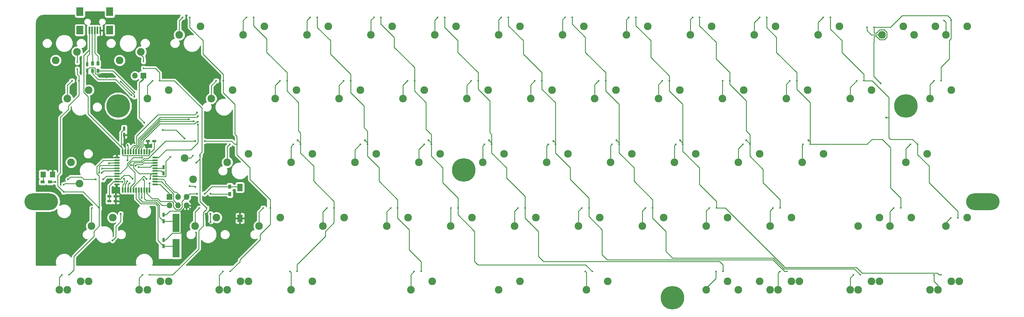
<source format=gbl>
G04 #@! TF.FileFunction,Copper,L2,Bot,Signal*
%FSLAX46Y46*%
G04 Gerber Fmt 4.6, Leading zero omitted, Abs format (unit mm)*
G04 Created by KiCad (PCBNEW 4.0.5) date 01/22/17 22:08:40*
%MOMM*%
%LPD*%
G01*
G04 APERTURE LIST*
%ADD10C,0.100000*%
%ADD11C,7.001300*%
%ADD12C,2.286000*%
%ADD13R,1.500000X0.550000*%
%ADD14R,0.550000X1.500000*%
%ADD15R,0.750000X1.200000*%
%ADD16R,1.200000X0.750000*%
%ADD17R,1.597660X1.800860*%
%ADD18R,0.450000X0.590000*%
%ADD19R,0.590000X0.450000*%
%ADD20R,0.500380X2.301240*%
%ADD21R,1.998980X2.499360*%
%ADD22R,0.900000X1.200000*%
%ADD23R,1.200000X0.900000*%
%ADD24R,1.600000X2.180000*%
%ADD25R,1.727200X1.727200*%
%ADD26O,1.727200X1.727200*%
%ADD27R,2.000000X5.500000*%
%ADD28O,9.999980X5.001260*%
%ADD29C,7.000240*%
%ADD30R,1.700000X1.700000*%
%ADD31O,1.700000X1.700000*%
%ADD32C,0.600000*%
%ADD33C,0.250000*%
%ADD34C,0.254000*%
G04 APERTURE END LIST*
D10*
D11*
X105200000Y-103300000D03*
D12*
X91182500Y-120110000D03*
X93722500Y-126460000D03*
D13*
X116250000Y-118700000D03*
X116250000Y-119500000D03*
X116250000Y-120300000D03*
X116250000Y-121100000D03*
X116250000Y-121900000D03*
X116250000Y-122700000D03*
X116250000Y-123500000D03*
X116250000Y-124300000D03*
X116250000Y-125100000D03*
X116250000Y-125900000D03*
X116250000Y-126700000D03*
D14*
X114550000Y-128400000D03*
X113750000Y-128400000D03*
X112950000Y-128400000D03*
X112150000Y-128400000D03*
X111350000Y-128400000D03*
X110550000Y-128400000D03*
X109750000Y-128400000D03*
X108950000Y-128400000D03*
X108150000Y-128400000D03*
X107350000Y-128400000D03*
X106550000Y-128400000D03*
D13*
X104850000Y-126700000D03*
X104850000Y-125900000D03*
X104850000Y-125100000D03*
X104850000Y-124300000D03*
X104850000Y-123500000D03*
X104850000Y-122700000D03*
X104850000Y-121900000D03*
X104850000Y-121100000D03*
X104850000Y-120300000D03*
X104850000Y-119500000D03*
X104850000Y-118700000D03*
D14*
X106550000Y-117000000D03*
X107350000Y-117000000D03*
X108150000Y-117000000D03*
X108950000Y-117000000D03*
X109750000Y-117000000D03*
X110550000Y-117000000D03*
X111350000Y-117000000D03*
X112150000Y-117000000D03*
X112950000Y-117000000D03*
X113750000Y-117000000D03*
X114550000Y-117000000D03*
D15*
X118750000Y-145200000D03*
X118750000Y-143300000D03*
X96000000Y-92700000D03*
X96000000Y-90800000D03*
X118750000Y-137700000D03*
X118750000Y-135800000D03*
D16*
X102550000Y-130250000D03*
X104450000Y-130250000D03*
X102550000Y-131750000D03*
X104450000Y-131750000D03*
X115950000Y-113750000D03*
X114050000Y-113750000D03*
D15*
X118750000Y-123450000D03*
X118750000Y-121550000D03*
X107000000Y-110050000D03*
X107000000Y-111950000D03*
D17*
X82830140Y-123750000D03*
X85669860Y-123750000D03*
D18*
X93000000Y-92305000D03*
X93000000Y-90195000D03*
D19*
X93555000Y-95750000D03*
X91445000Y-95750000D03*
D18*
X88950000Y-128955000D03*
X88950000Y-126845000D03*
D19*
X99555000Y-133750000D03*
X97445000Y-133750000D03*
X90555000Y-153750000D03*
X88445000Y-153750000D03*
D18*
X112750000Y-92055000D03*
X112750000Y-89945000D03*
D19*
X117555000Y-95750000D03*
X115445000Y-95750000D03*
X129605000Y-118100000D03*
X127495000Y-118100000D03*
X131555000Y-133750000D03*
X129445000Y-133750000D03*
X114555000Y-153750000D03*
X112445000Y-153750000D03*
X126555000Y-76750000D03*
X124445000Y-76750000D03*
X136555000Y-95750000D03*
X134445000Y-95750000D03*
X140555000Y-114750000D03*
X138445000Y-114750000D03*
X150555000Y-133750000D03*
X148445000Y-133750000D03*
X138555000Y-152750000D03*
X136445000Y-152750000D03*
X158555000Y-152750000D03*
X156445000Y-152750000D03*
X145555000Y-76750000D03*
X143445000Y-76750000D03*
X155555000Y-95750000D03*
X153445000Y-95750000D03*
X159555000Y-114750000D03*
X157445000Y-114750000D03*
X169555000Y-133750000D03*
X167445000Y-133750000D03*
X164555000Y-76750000D03*
X162445000Y-76750000D03*
X174555000Y-95750000D03*
X172445000Y-95750000D03*
X179555000Y-114750000D03*
X177445000Y-114750000D03*
X188555000Y-133750000D03*
X186445000Y-133750000D03*
X195555000Y-152750000D03*
X193445000Y-152750000D03*
X183555000Y-76750000D03*
X181445000Y-76750000D03*
X193555000Y-95750000D03*
X191445000Y-95750000D03*
X198555000Y-114750000D03*
X196445000Y-114750000D03*
X206555000Y-133750000D03*
X204445000Y-133750000D03*
X246555000Y-152750000D03*
X244445000Y-152750000D03*
X202555000Y-76750000D03*
X200445000Y-76750000D03*
X212555000Y-95750000D03*
X210445000Y-95750000D03*
X216555000Y-114750000D03*
X214445000Y-114750000D03*
X226555000Y-133750000D03*
X224445000Y-133750000D03*
X285555000Y-152750000D03*
X283445000Y-152750000D03*
X221555000Y-76750000D03*
X219445000Y-76750000D03*
X231555000Y-95750000D03*
X229445000Y-95750000D03*
X235555000Y-114750000D03*
X233445000Y-114750000D03*
X245555000Y-133750000D03*
X243445000Y-133750000D03*
X304555000Y-152750000D03*
X302445000Y-152750000D03*
X240555000Y-76750000D03*
X238445000Y-76750000D03*
X250555000Y-95750000D03*
X248445000Y-95750000D03*
X254555000Y-114750000D03*
X252445000Y-114750000D03*
X264555000Y-133750000D03*
X262445000Y-133750000D03*
X326555000Y-153750000D03*
X324445000Y-153750000D03*
X259555000Y-76750000D03*
X257445000Y-76750000D03*
X269555000Y-95750000D03*
X267445000Y-95750000D03*
X273555000Y-114750000D03*
X271445000Y-114750000D03*
X283555000Y-133750000D03*
X281445000Y-133750000D03*
X350555000Y-153750000D03*
X348445000Y-153750000D03*
X278555000Y-76750000D03*
X276445000Y-76750000D03*
X287555000Y-95750000D03*
X285445000Y-95750000D03*
X293555000Y-114750000D03*
X291445000Y-114750000D03*
X302555000Y-133750000D03*
X300445000Y-133750000D03*
X298555000Y-76750000D03*
X296445000Y-76750000D03*
X307555000Y-95750000D03*
X305445000Y-95750000D03*
X311555000Y-114750000D03*
X309445000Y-114750000D03*
X338555000Y-133750000D03*
X336445000Y-133750000D03*
X317555000Y-76750000D03*
X315445000Y-76750000D03*
X327555000Y-95750000D03*
X325445000Y-95750000D03*
X343555000Y-114750000D03*
X341445000Y-114750000D03*
X355555000Y-136750000D03*
X353445000Y-136750000D03*
X330555000Y-79750000D03*
X328445000Y-79750000D03*
X353555000Y-77750000D03*
X351445000Y-77750000D03*
X350555000Y-95750000D03*
X348445000Y-95750000D03*
D20*
X96649800Y-80699320D03*
X97449900Y-80699320D03*
X98250000Y-80699320D03*
X99050100Y-80699320D03*
X99850200Y-80699320D03*
D21*
X93799920Y-80600260D03*
X93799920Y-75101160D03*
X102700080Y-80600260D03*
X102700080Y-75101160D03*
D22*
X138500000Y-127400000D03*
X138500000Y-129600000D03*
X97550000Y-92800000D03*
X97550000Y-90600000D03*
X99150000Y-92800000D03*
X99150000Y-90600000D03*
D23*
X82650000Y-126000000D03*
X84850000Y-126000000D03*
D24*
X141502320Y-136852430D03*
X141497680Y-127647570D03*
D12*
X96421300Y-98520000D03*
X90071300Y-101060000D03*
X103565000Y-136620000D03*
X97215000Y-139160000D03*
X94040000Y-155670000D03*
X87690000Y-158210000D03*
X117852500Y-155670000D03*
X111502500Y-158210000D03*
X141665000Y-155670000D03*
X135315000Y-158210000D03*
X198815000Y-155670000D03*
X192465000Y-158210000D03*
X251203000Y-155670000D03*
X244853000Y-158210000D03*
X308353000Y-155670000D03*
X302003000Y-158210000D03*
X332165000Y-155670000D03*
X325815000Y-158210000D03*
X355978000Y-155670000D03*
X349628000Y-158210000D03*
X341690000Y-136620000D03*
X335340000Y-139160000D03*
X346453000Y-117570000D03*
X340103000Y-120110000D03*
X96421300Y-155670000D03*
X90071300Y-158210000D03*
X144046300Y-155670000D03*
X137696300Y-158210000D03*
X225009000Y-155670000D03*
X218659000Y-158210000D03*
X225009000Y-155670000D03*
X218659000Y-158210000D03*
X296446000Y-155670000D03*
X290096000Y-158210000D03*
X305971000Y-155670000D03*
X299621000Y-158210000D03*
X353596000Y-155670000D03*
X347246000Y-158210000D03*
X332165000Y-136620000D03*
X325815000Y-139160000D03*
X348834000Y-79470000D03*
X342484000Y-82010000D03*
D25*
X120500000Y-130500000D03*
D26*
X120500000Y-133040000D03*
X123040000Y-130500000D03*
X123040000Y-133040000D03*
X125580000Y-130500000D03*
X125580000Y-133040000D03*
D27*
X122500000Y-138250000D03*
X122500000Y-145750000D03*
D12*
X353596000Y-98520000D03*
X347246000Y-101060000D03*
D28*
X82250000Y-131900000D03*
X363000000Y-131900000D03*
D29*
X208200000Y-122400000D03*
X340050000Y-103300000D03*
X270500000Y-160600000D03*
D12*
X105628800Y-89630000D03*
X111978800Y-87090000D03*
X329784000Y-155670000D03*
X323434000Y-158210000D03*
X120233800Y-155670000D03*
X113883800Y-158210000D03*
X358359000Y-79470000D03*
X352009000Y-82010000D03*
X339309000Y-79470000D03*
X332959000Y-82010000D03*
X358359000Y-136620000D03*
X352009000Y-139160000D03*
X329784000Y-98520000D03*
X323434000Y-101060000D03*
X320259000Y-79470000D03*
X313909000Y-82010000D03*
X315496000Y-117570000D03*
X309146000Y-120110000D03*
X310734000Y-98520000D03*
X304384000Y-101060000D03*
X301209000Y-79470000D03*
X294859000Y-82010000D03*
X305971000Y-136620000D03*
X299621000Y-139160000D03*
X296446000Y-117570000D03*
X290096000Y-120110000D03*
X291684000Y-98520000D03*
X285334000Y-101060000D03*
X282159000Y-79470000D03*
X275809000Y-82010000D03*
X286921000Y-136620000D03*
X280571000Y-139160000D03*
X277396000Y-117570000D03*
X271046000Y-120110000D03*
X272634000Y-98520000D03*
X266284000Y-101060000D03*
X263109000Y-79470000D03*
X256759000Y-82010000D03*
X267871000Y-136620000D03*
X261521000Y-139160000D03*
X258346000Y-117570000D03*
X251996000Y-120110000D03*
X253584000Y-98520000D03*
X247234000Y-101060000D03*
X244059000Y-79470000D03*
X237709000Y-82010000D03*
X248821000Y-136620000D03*
X242471000Y-139160000D03*
X234534000Y-98520000D03*
X228184000Y-101060000D03*
X225009000Y-79470000D03*
X218659000Y-82010000D03*
X286921000Y-155670000D03*
X280571000Y-158210000D03*
X229771000Y-136620000D03*
X223421000Y-139160000D03*
X220246000Y-117570000D03*
X213896000Y-120110000D03*
X215484000Y-98520000D03*
X209134000Y-101060000D03*
X205959000Y-79470000D03*
X199609000Y-82010000D03*
X210721000Y-136620000D03*
X204371000Y-139160000D03*
X201196000Y-117570000D03*
X194846000Y-120110000D03*
X196434000Y-98520000D03*
X190084000Y-101060000D03*
X186909000Y-79470000D03*
X180559000Y-82010000D03*
X191671000Y-136620000D03*
X185321000Y-139160000D03*
X182146000Y-117570000D03*
X175796000Y-120110000D03*
X177384000Y-98520000D03*
X171034000Y-101060000D03*
X167859000Y-79470000D03*
X161509000Y-82010000D03*
X172621000Y-136620000D03*
X166271000Y-139160000D03*
X163096300Y-117570000D03*
X156746300Y-120110000D03*
X158333800Y-98520000D03*
X151983800Y-101060000D03*
X148808800Y-79470000D03*
X142458800Y-82010000D03*
X163096300Y-155670000D03*
X156746300Y-158210000D03*
X153571300Y-136620000D03*
X147221300Y-139160000D03*
X144046300Y-117570000D03*
X137696300Y-120110000D03*
X139283800Y-98520000D03*
X132933800Y-101060000D03*
X129758800Y-79470000D03*
X123408800Y-82010000D03*
X134521300Y-136620000D03*
X128171300Y-139160000D03*
X127536300Y-125190000D03*
X124996300Y-118840000D03*
X120233800Y-98520000D03*
X113883800Y-101060000D03*
X86578800Y-89630000D03*
X92928800Y-87090000D03*
X239296000Y-117570000D03*
X232946000Y-120110000D03*
D30*
X112750000Y-94250000D03*
D31*
X110210000Y-94250000D03*
D32*
X113167278Y-114937100D03*
X110117223Y-114403087D03*
X106749989Y-114754142D03*
X105000000Y-115750000D03*
X101250000Y-91250000D03*
X101750000Y-94750000D03*
X104450000Y-128000000D03*
X101500000Y-118750000D03*
X126750000Y-135500000D03*
X131250000Y-135500000D03*
X104000000Y-112000000D03*
X104000000Y-114500000D03*
X112250000Y-130750000D03*
X109250000Y-131750000D03*
X109000000Y-121000000D03*
X108000000Y-119500000D03*
X106500000Y-126000000D03*
X114750000Y-125000000D03*
X112772646Y-125325011D03*
X126500000Y-127250000D03*
X128250000Y-127500000D03*
X132750000Y-129500000D03*
X113706661Y-125146882D03*
X128500000Y-120250000D03*
X128250000Y-113750000D03*
X131000000Y-113750000D03*
X108566949Y-126374990D03*
X158750000Y-113500000D03*
X107931791Y-125797893D03*
X178750000Y-113500000D03*
X109552681Y-125063420D03*
X197750000Y-113500000D03*
X107000000Y-125000000D03*
X215750000Y-113500000D03*
X112301418Y-118719480D03*
X235000000Y-113750000D03*
X129000000Y-108824946D03*
X253750000Y-113500000D03*
X129000000Y-108024933D03*
X272750000Y-113500000D03*
X127750000Y-107875010D03*
X292500000Y-113500000D03*
X126250000Y-107250000D03*
X311000000Y-113500000D03*
X129000000Y-106324911D03*
X334250000Y-106750000D03*
X128750000Y-105250000D03*
X332500000Y-96500000D03*
X128750000Y-129500000D03*
X131000000Y-129500000D03*
X109183051Y-100066949D03*
X110375010Y-121125010D03*
X110066949Y-99183051D03*
X111315694Y-121575021D03*
X100750000Y-125250000D03*
X98500000Y-125250000D03*
X90250000Y-125250000D03*
X86500000Y-126000000D03*
X100300013Y-123250000D03*
X100500000Y-122000000D03*
X99500000Y-123250000D03*
X132750000Y-135500000D03*
X132750000Y-138000000D03*
X114559406Y-126368310D03*
X102500000Y-120474990D03*
X103500000Y-143500000D03*
X106000000Y-135500000D03*
X120750000Y-118500000D03*
X125000000Y-113000000D03*
X118500000Y-110500000D03*
X113000000Y-108250000D03*
X108000000Y-115000000D03*
X110000000Y-100500000D03*
X106000000Y-96000000D03*
D33*
X118750000Y-145200000D02*
X121950000Y-145200000D01*
X121950000Y-145200000D02*
X122500000Y-145750000D01*
X118750000Y-145200000D02*
X117049998Y-143499998D01*
X110550000Y-131050000D02*
X110550000Y-128400000D01*
X112000000Y-132500000D02*
X110550000Y-131050000D01*
X116363602Y-132500000D02*
X112000000Y-132500000D01*
X117049998Y-133186396D02*
X116363602Y-132500000D01*
X117049998Y-133299998D02*
X117049998Y-133186396D01*
X117049998Y-143499998D02*
X117049998Y-133299998D01*
X121550000Y-146700000D02*
X122500000Y-145750000D01*
X107350000Y-114750000D02*
X107996912Y-114103088D01*
X113467277Y-115237099D02*
X113167278Y-114937100D01*
X113750000Y-115519822D02*
X113467277Y-115237099D01*
X109817224Y-114103088D02*
X110117223Y-114403087D01*
X107996912Y-114103088D02*
X109817224Y-114103088D01*
X113750000Y-116000000D02*
X113750000Y-115519822D01*
X107245847Y-115250000D02*
X107049988Y-115054141D01*
X107049988Y-115054141D02*
X106749989Y-114754142D01*
X107350000Y-115250000D02*
X107245847Y-115250000D01*
X107350000Y-113150000D02*
X107350000Y-114750000D01*
X107350000Y-114750000D02*
X107350000Y-115250000D01*
X107350000Y-115250000D02*
X107350000Y-116000000D01*
X104850000Y-118700000D02*
X104850000Y-115900000D01*
X104850000Y-115900000D02*
X105000000Y-115750000D01*
X101250000Y-91250000D02*
X101250000Y-81598930D01*
X101250000Y-81598930D02*
X100350390Y-80699320D01*
X100350390Y-80699320D02*
X99850200Y-80699320D01*
X98374999Y-93660001D02*
X98439999Y-93725001D01*
X96000000Y-92700000D02*
X96000000Y-92475000D01*
X96000000Y-92475000D02*
X96625000Y-91850000D01*
X96625000Y-91850000D02*
X98235002Y-91850000D01*
X98235002Y-91850000D02*
X98374999Y-91989997D01*
X98374999Y-91989997D02*
X98374999Y-93660001D01*
X98439999Y-93725001D02*
X100725001Y-93725001D01*
X100725001Y-93725001D02*
X101750000Y-94750000D01*
X104850000Y-118700000D02*
X101550000Y-118700000D01*
X101550000Y-118700000D02*
X101500000Y-118750000D01*
X126750000Y-135500000D02*
X126750000Y-134210000D01*
X126750000Y-134210000D02*
X125580000Y-133040000D01*
X132449999Y-138625001D02*
X131250000Y-137425002D01*
X141502320Y-136852430D02*
X140452320Y-136852430D01*
X140452320Y-136852430D02*
X138679749Y-138625001D01*
X138679749Y-138625001D02*
X132449999Y-138625001D01*
X131250000Y-137425002D02*
X131250000Y-135500000D01*
X118750000Y-143300000D02*
X119375000Y-143300000D01*
X119375000Y-143300000D02*
X121349999Y-141325001D01*
X121349999Y-141325001D02*
X123760001Y-141325001D01*
X123760001Y-141325001D02*
X123941388Y-141143614D01*
X123941388Y-141143614D02*
X123941388Y-134678612D01*
X118750000Y-135800000D02*
X119499130Y-135800000D01*
X124716401Y-133903599D02*
X125580000Y-133040000D01*
X120620519Y-134678612D02*
X123941388Y-134678612D01*
X119499130Y-135800000D02*
X120620519Y-134678612D01*
X123941388Y-134678612D02*
X124716401Y-133903599D01*
X104850000Y-118700000D02*
X104850000Y-115350000D01*
X104850000Y-115350000D02*
X104000000Y-114500000D01*
X114050000Y-113750000D02*
X114050000Y-114375000D01*
X114050000Y-114375000D02*
X113750000Y-114675000D01*
X113750000Y-114675000D02*
X113750000Y-116000000D01*
X113750000Y-116000000D02*
X113750000Y-117000000D01*
X107000000Y-111950000D02*
X107000000Y-112800000D01*
X107000000Y-112800000D02*
X107350000Y-113150000D01*
X107350000Y-116000000D02*
X107350000Y-117000000D01*
X112250000Y-130750000D02*
X112250000Y-128500000D01*
X112250000Y-128500000D02*
X112150000Y-128400000D01*
X104450000Y-131750000D02*
X109250000Y-131750000D01*
X104450000Y-130250000D02*
X104450000Y-127100000D01*
X104450000Y-127100000D02*
X104850000Y-126700000D01*
X106124987Y-111150013D02*
X106124987Y-115574987D01*
X107000000Y-110275000D02*
X106124987Y-111150013D01*
X106124987Y-115574987D02*
X106550000Y-116000000D01*
X107000000Y-110050000D02*
X107000000Y-110275000D01*
X109750000Y-120500000D02*
X109750000Y-121000000D01*
X109750000Y-121000000D02*
X109750000Y-121750000D01*
X109000000Y-121000000D02*
X109750000Y-121000000D01*
X108000000Y-118075001D02*
X106625001Y-118075001D01*
X114285001Y-118075001D02*
X108000000Y-118075001D01*
X108000000Y-118075001D02*
X108000000Y-119500000D01*
X115950000Y-113750000D02*
X115950000Y-116125000D01*
X115950000Y-116125000D02*
X115075000Y-117000000D01*
X115075000Y-117000000D02*
X114550000Y-117000000D01*
X109750000Y-121750000D02*
X111500000Y-123500000D01*
X111500000Y-123500000D02*
X116250000Y-123500000D01*
X110000000Y-120250000D02*
X109750000Y-120500000D01*
X112291207Y-120250000D02*
X110000000Y-120250000D01*
X113041207Y-119500000D02*
X112291207Y-120250000D01*
X116250000Y-119500000D02*
X113041207Y-119500000D01*
X114550000Y-117000000D02*
X114550000Y-117810002D01*
X114550000Y-117810002D02*
X114285001Y-118075001D01*
X106625001Y-118075001D02*
X106550000Y-118000000D01*
X106550000Y-118000000D02*
X106550000Y-117000000D01*
X106550000Y-116000000D02*
X106550000Y-117000000D01*
X96649800Y-80699320D02*
X96649800Y-86500000D01*
X96649800Y-86500000D02*
X96649800Y-87850200D01*
X106550000Y-116000000D02*
X96200201Y-105650201D01*
X96200201Y-105650201D02*
X96200201Y-100471543D01*
X96200201Y-100471543D02*
X94953299Y-99224641D01*
X94953299Y-99224641D02*
X94953299Y-88196501D01*
X94953299Y-88196501D02*
X96649800Y-86500000D01*
X102550000Y-131750000D02*
X102550000Y-130250000D01*
X104850000Y-125900000D02*
X103850000Y-125900000D01*
X103850000Y-125900000D02*
X102550000Y-127200000D01*
X102550000Y-127200000D02*
X102550000Y-129625000D01*
X102550000Y-129625000D02*
X102550000Y-130250000D01*
X104850000Y-125900000D02*
X106400000Y-125900000D01*
X106400000Y-125900000D02*
X106500000Y-126000000D01*
X116250000Y-123500000D02*
X115250000Y-123500000D01*
X115250000Y-123500000D02*
X114750000Y-124000000D01*
X114750000Y-124000000D02*
X114750000Y-125000000D01*
X112950000Y-125502365D02*
X112772646Y-125325011D01*
X112950000Y-128400000D02*
X112950000Y-125502365D01*
X96000000Y-88500000D02*
X96000000Y-90800000D01*
X96649800Y-87850200D02*
X96000000Y-88500000D01*
X138500000Y-129600000D02*
X132850000Y-129600000D01*
X128000000Y-127250000D02*
X126500000Y-127250000D01*
X128250000Y-127500000D02*
X128000000Y-127250000D01*
X132850000Y-129600000D02*
X132750000Y-129500000D01*
X120500000Y-133040000D02*
X118290000Y-133040000D01*
X112950000Y-130950000D02*
X112950000Y-128400000D01*
X113500000Y-131500000D02*
X112950000Y-130950000D01*
X116750000Y-131500000D02*
X113500000Y-131500000D01*
X118290000Y-133040000D02*
X116750000Y-131500000D01*
X118750000Y-137700000D02*
X121950000Y-137700000D01*
X121950000Y-137700000D02*
X122500000Y-138250000D01*
X111350000Y-128400000D02*
X111350000Y-130850000D01*
X117500000Y-136450000D02*
X118750000Y-137700000D01*
X117500000Y-133000000D02*
X117500000Y-136450000D01*
X116500000Y-132000000D02*
X117500000Y-133000000D01*
X112500000Y-132000000D02*
X116500000Y-132000000D01*
X111350000Y-130850000D02*
X112500000Y-132000000D01*
X121550000Y-139200000D02*
X122500000Y-138250000D01*
X118750000Y-123450000D02*
X118000000Y-122700000D01*
X118000000Y-122700000D02*
X116250000Y-122700000D01*
X118750000Y-121550000D02*
X118400000Y-121900000D01*
X118400000Y-121900000D02*
X116250000Y-121900000D01*
X82830140Y-123750000D02*
X82830140Y-125819860D01*
X82830140Y-125819860D02*
X82650000Y-126000000D01*
X98874998Y-121429691D02*
X100804689Y-119500000D01*
X99555000Y-124230004D02*
X98874998Y-123550002D01*
X100804689Y-119500000D02*
X103850000Y-119500000D01*
X99555000Y-133750000D02*
X99555000Y-124230004D01*
X103850000Y-119500000D02*
X104850000Y-119500000D01*
X98874998Y-123550002D02*
X98874998Y-121429691D01*
X93555000Y-95750000D02*
X93555000Y-100095000D01*
X87150000Y-127155000D02*
X88950000Y-128955000D01*
X87150000Y-124100000D02*
X87150000Y-127155000D01*
X87950000Y-123300000D02*
X87150000Y-124100000D01*
X87950000Y-106700000D02*
X87950000Y-123300000D01*
X90350000Y-104300000D02*
X87950000Y-106700000D01*
X90350000Y-103300000D02*
X90350000Y-104300000D01*
X93555000Y-100095000D02*
X90350000Y-103300000D01*
X88950000Y-128955000D02*
X94760000Y-128955000D01*
X94760000Y-128955000D02*
X99555000Y-133750000D01*
X93000000Y-92305000D02*
X93000000Y-93750000D01*
X93555000Y-94305000D02*
X93555000Y-95750000D01*
X93000000Y-93750000D02*
X93555000Y-94305000D01*
X99555000Y-133750000D02*
X99555000Y-139195000D01*
X92000000Y-152305000D02*
X90555000Y-153750000D01*
X92000000Y-148250000D02*
X92000000Y-152305000D01*
X98000000Y-142250000D02*
X92000000Y-148250000D01*
X98000000Y-140750000D02*
X98000000Y-142250000D01*
X99555000Y-139195000D02*
X98000000Y-140750000D01*
X93000000Y-90195000D02*
X93000000Y-87161200D01*
X93000000Y-87161200D02*
X92928800Y-87090000D01*
X90071300Y-101060000D02*
X90071300Y-97123700D01*
X90071300Y-97123700D02*
X91445000Y-95750000D01*
X93722500Y-126460000D02*
X89335000Y-126460000D01*
X89335000Y-126460000D02*
X88950000Y-126845000D01*
X88942500Y-126852500D02*
X88950000Y-126845000D01*
X97215000Y-139160000D02*
X97215000Y-133980000D01*
X97215000Y-133980000D02*
X97445000Y-133750000D01*
X87690000Y-158210000D02*
X87690000Y-154505000D01*
X87690000Y-154505000D02*
X88445000Y-153750000D01*
X131555000Y-134225000D02*
X131555000Y-133750000D01*
X130624998Y-139125002D02*
X130624998Y-135155002D01*
X130624998Y-135155002D02*
X131555000Y-134225000D01*
X129250000Y-146000000D02*
X129250000Y-140500000D01*
X121500000Y-153750000D02*
X129250000Y-146000000D01*
X114555000Y-153750000D02*
X121500000Y-153750000D01*
X129250000Y-140500000D02*
X130624998Y-139125002D01*
X109750000Y-127400000D02*
X112835369Y-124314631D01*
X113406662Y-124846883D02*
X113706661Y-125146882D01*
X112874410Y-124314631D02*
X113406662Y-124846883D01*
X112835369Y-124314631D02*
X112874410Y-124314631D01*
X109750000Y-128400000D02*
X109750000Y-127400000D01*
X129605000Y-131800000D02*
X131555000Y-133750000D01*
X129605000Y-118100000D02*
X129605000Y-131800000D01*
X118100000Y-95750000D02*
X117555000Y-95750000D01*
X130150000Y-103900000D02*
X122000000Y-95750000D01*
X130150000Y-117080000D02*
X130150000Y-103900000D01*
X129605000Y-118100000D02*
X129605000Y-117625000D01*
X122000000Y-95750000D02*
X118100000Y-95750000D01*
X129605000Y-117625000D02*
X130150000Y-117080000D01*
X129605000Y-119145000D02*
X128500000Y-120250000D01*
X129605000Y-118100000D02*
X129605000Y-119145000D01*
X112750000Y-92055000D02*
X116305000Y-92055000D01*
X117555000Y-93305000D02*
X117555000Y-95750000D01*
X116305000Y-92055000D02*
X117555000Y-93305000D01*
X111978800Y-87090000D02*
X111978800Y-87978800D01*
X111978800Y-87978800D02*
X112750000Y-88750000D01*
X112750000Y-88750000D02*
X112750000Y-89945000D01*
X113883800Y-101060000D02*
X113883800Y-97311200D01*
X113883800Y-97311200D02*
X115445000Y-95750000D01*
X127495000Y-118100000D02*
X126755000Y-118840000D01*
X126755000Y-118840000D02*
X124996300Y-118840000D01*
X128171300Y-139160000D02*
X128171300Y-135023700D01*
X128171300Y-135023700D02*
X129445000Y-133750000D01*
X111502500Y-158210000D02*
X111502500Y-154692500D01*
X111502500Y-154692500D02*
X112445000Y-153750000D01*
X108950000Y-127400000D02*
X108950000Y-128400000D01*
X110189254Y-126160746D02*
X108950000Y-127400000D01*
X108374999Y-120699999D02*
X108374999Y-121300001D01*
X119363590Y-113750000D02*
X114063601Y-119049989D01*
X112104807Y-119799989D02*
X109275009Y-119799989D01*
X114063601Y-119049989D02*
X112854807Y-119049989D01*
X108374999Y-121300001D02*
X110189254Y-123114256D01*
X128250000Y-113750000D02*
X119363590Y-113750000D01*
X112854807Y-119049989D02*
X112104807Y-119799989D01*
X110189254Y-123114256D02*
X110189254Y-126160746D01*
X109275009Y-119799989D02*
X108374999Y-120699999D01*
X140555000Y-114750000D02*
X140010000Y-114750000D01*
X140010000Y-114750000D02*
X139010000Y-113750000D01*
X139010000Y-113750000D02*
X131000000Y-113750000D01*
X150555000Y-133750000D02*
X150555000Y-138695000D01*
X141500000Y-149805000D02*
X138555000Y-152750000D01*
X141500000Y-149250000D02*
X141500000Y-149805000D01*
X147500000Y-143250000D02*
X141500000Y-149250000D01*
X147500000Y-141750000D02*
X147500000Y-143250000D01*
X150555000Y-138695000D02*
X147500000Y-141750000D01*
X140555000Y-114750000D02*
X140555000Y-117805000D01*
X150555000Y-131305000D02*
X150555000Y-133750000D01*
X144500000Y-125250000D02*
X150555000Y-131305000D01*
X144500000Y-121750000D02*
X144500000Y-125250000D01*
X140555000Y-117805000D02*
X144500000Y-121750000D01*
X136555000Y-95750000D02*
X136555000Y-99305000D01*
X140555000Y-112305000D02*
X140555000Y-114750000D01*
X140000000Y-111750000D02*
X140555000Y-112305000D01*
X140000000Y-102750000D02*
X140000000Y-111750000D01*
X136555000Y-99305000D02*
X140000000Y-102750000D01*
X136555000Y-93805000D02*
X136555000Y-95750000D01*
X130500000Y-87750000D02*
X136555000Y-93805000D01*
X130500000Y-83750000D02*
X130500000Y-87750000D01*
X126555000Y-79805000D02*
X130500000Y-83750000D01*
X126555000Y-76750000D02*
X126555000Y-79805000D01*
X123408800Y-82010000D02*
X123408800Y-77786200D01*
X123408800Y-77786200D02*
X124445000Y-76750000D01*
X132933800Y-101060000D02*
X132933800Y-97261200D01*
X132933800Y-97261200D02*
X134445000Y-95750000D01*
X137696300Y-120110000D02*
X137696300Y-115498700D01*
X137696300Y-115498700D02*
X138445000Y-114750000D01*
X147221300Y-139160000D02*
X147221300Y-134973700D01*
X147221300Y-134973700D02*
X148445000Y-133750000D01*
X135315000Y-158210000D02*
X135315000Y-153880000D01*
X135315000Y-153880000D02*
X136445000Y-152750000D01*
X108150000Y-126791939D02*
X108266950Y-126674989D01*
X108150000Y-128400000D02*
X108150000Y-126791939D01*
X108266950Y-126674989D02*
X108566949Y-126374990D01*
X159555000Y-114750000D02*
X159555000Y-114305000D01*
X159555000Y-114305000D02*
X158750000Y-113500000D01*
X169555000Y-133750000D02*
X169555000Y-138195000D01*
X158555000Y-150695000D02*
X158555000Y-152750000D01*
X167000000Y-142250000D02*
X158555000Y-150695000D01*
X167000000Y-140750000D02*
X167000000Y-142250000D01*
X169555000Y-138195000D02*
X167000000Y-140750000D01*
X159555000Y-114750000D02*
X159555000Y-117305000D01*
X169555000Y-131805000D02*
X169555000Y-133750000D01*
X163500000Y-125750000D02*
X169555000Y-131805000D01*
X163500000Y-121250000D02*
X163500000Y-125750000D01*
X159555000Y-117305000D02*
X163500000Y-121250000D01*
X155555000Y-95750000D02*
X155555000Y-98805000D01*
X159555000Y-111305000D02*
X159555000Y-114750000D01*
X159000000Y-110750000D02*
X159555000Y-111305000D01*
X159000000Y-102250000D02*
X159000000Y-110750000D01*
X155555000Y-98805000D02*
X159000000Y-102250000D01*
X155555000Y-93305000D02*
X155555000Y-95750000D01*
X149500000Y-87250000D02*
X155555000Y-93305000D01*
X149500000Y-83250000D02*
X149500000Y-87250000D01*
X145555000Y-76750000D02*
X145555000Y-79305000D01*
X145555000Y-79305000D02*
X149500000Y-83250000D01*
X156746300Y-158210000D02*
X156746300Y-153051300D01*
X156746300Y-153051300D02*
X156445000Y-152750000D01*
X142458800Y-82010000D02*
X142458800Y-77736200D01*
X142458800Y-77736200D02*
X143445000Y-76750000D01*
X151983800Y-101060000D02*
X151983800Y-97211200D01*
X151983800Y-97211200D02*
X153445000Y-95750000D01*
X156746300Y-120110000D02*
X156746300Y-115448700D01*
X156746300Y-115448700D02*
X157445000Y-114750000D01*
X166271000Y-139160000D02*
X166271000Y-134924000D01*
X166271000Y-134924000D02*
X167445000Y-133750000D01*
X107350000Y-126711415D02*
X107631792Y-126429623D01*
X107631792Y-126429623D02*
X107631792Y-126097892D01*
X107350000Y-128400000D02*
X107350000Y-126711415D01*
X107631792Y-126097892D02*
X107931791Y-125797893D01*
X179555000Y-114750000D02*
X179555000Y-114305000D01*
X179555000Y-114305000D02*
X178750000Y-113500000D01*
X188555000Y-133750000D02*
X188555000Y-136805000D01*
X195555000Y-149805000D02*
X195555000Y-152750000D01*
X192000000Y-146250000D02*
X195555000Y-149805000D01*
X192000000Y-140250000D02*
X192000000Y-146250000D01*
X188555000Y-136805000D02*
X192000000Y-140250000D01*
X179555000Y-114750000D02*
X179555000Y-118305000D01*
X188555000Y-131305000D02*
X188555000Y-133750000D01*
X183000000Y-125750000D02*
X188555000Y-131305000D01*
X183000000Y-121750000D02*
X183000000Y-125750000D01*
X179555000Y-118305000D02*
X183000000Y-121750000D01*
X174555000Y-95750000D02*
X174555000Y-99305000D01*
X179555000Y-110805000D02*
X179555000Y-114750000D01*
X178500000Y-109750000D02*
X179555000Y-110805000D01*
X178500000Y-103250000D02*
X178500000Y-109750000D01*
X174555000Y-99305000D02*
X178500000Y-103250000D01*
X164555000Y-76750000D02*
X164555000Y-79805000D01*
X174555000Y-93805000D02*
X174555000Y-95750000D01*
X168500000Y-87750000D02*
X174555000Y-93805000D01*
X168500000Y-83750000D02*
X168500000Y-87750000D01*
X164555000Y-79805000D02*
X168500000Y-83750000D01*
X161509000Y-82010000D02*
X161509000Y-77686000D01*
X161509000Y-77686000D02*
X162445000Y-76750000D01*
X171034000Y-101060000D02*
X171034000Y-97161000D01*
X171034000Y-97161000D02*
X172445000Y-95750000D01*
X175796000Y-120110000D02*
X175796000Y-116399000D01*
X175796000Y-116399000D02*
X177445000Y-114750000D01*
X185321000Y-139160000D02*
X185321000Y-134874000D01*
X185321000Y-134874000D02*
X186445000Y-133750000D01*
X192465000Y-158210000D02*
X192465000Y-153730000D01*
X192465000Y-153730000D02*
X193445000Y-152750000D01*
X109252682Y-124763421D02*
X109552681Y-125063420D01*
X108489261Y-124000000D02*
X109252682Y-124763421D01*
X106950000Y-124000000D02*
X108489261Y-124000000D01*
X105850000Y-125100000D02*
X106950000Y-124000000D01*
X104850000Y-125100000D02*
X105850000Y-125100000D01*
X198555000Y-114750000D02*
X198555000Y-114305000D01*
X198555000Y-114305000D02*
X197750000Y-113500000D01*
X206555000Y-133750000D02*
X206555000Y-135805000D01*
X244555000Y-150750000D02*
X246555000Y-152750000D01*
X212500000Y-150750000D02*
X244555000Y-150750000D01*
X211500000Y-149750000D02*
X212500000Y-150750000D01*
X211500000Y-140750000D02*
X211500000Y-149750000D01*
X206555000Y-135805000D02*
X211500000Y-140750000D01*
X198555000Y-114750000D02*
X198555000Y-118305000D01*
X206555000Y-130805000D02*
X206555000Y-133750000D01*
X202000000Y-126250000D02*
X206555000Y-130805000D01*
X202000000Y-121750000D02*
X202000000Y-126250000D01*
X198555000Y-118305000D02*
X202000000Y-121750000D01*
X193555000Y-95750000D02*
X193555000Y-98805000D01*
X198555000Y-111805000D02*
X198555000Y-114750000D01*
X197000000Y-110250000D02*
X198555000Y-111805000D01*
X197000000Y-102250000D02*
X197000000Y-110250000D01*
X193555000Y-98805000D02*
X197000000Y-102250000D01*
X183555000Y-76750000D02*
X183555000Y-78805000D01*
X193555000Y-91805000D02*
X193555000Y-95750000D01*
X187500000Y-85750000D02*
X193555000Y-91805000D01*
X187500000Y-82750000D02*
X187500000Y-85750000D01*
X183555000Y-78805000D02*
X187500000Y-82750000D01*
X180559000Y-82010000D02*
X180559000Y-77636000D01*
X180559000Y-77636000D02*
X181445000Y-76750000D01*
X190084000Y-101060000D02*
X190084000Y-97111000D01*
X190084000Y-97111000D02*
X191445000Y-95750000D01*
X194846000Y-120110000D02*
X194846000Y-116349000D01*
X194846000Y-116349000D02*
X196445000Y-114750000D01*
X204371000Y-139160000D02*
X204371000Y-133824000D01*
X204371000Y-133824000D02*
X204445000Y-133750000D01*
X244853000Y-158210000D02*
X244853000Y-153158000D01*
X244853000Y-153158000D02*
X244445000Y-152750000D01*
X107125002Y-126300002D02*
X107125002Y-125549266D01*
X106550000Y-126875004D02*
X107125002Y-126300002D01*
X107125002Y-125549266D02*
X107000000Y-125424264D01*
X106550000Y-128400000D02*
X106550000Y-126875004D01*
X107000000Y-125424264D02*
X107000000Y-125000000D01*
X216555000Y-114750000D02*
X216555000Y-114305000D01*
X216555000Y-114305000D02*
X215750000Y-113500000D01*
X226555000Y-133750000D02*
X226555000Y-136805000D01*
X285555000Y-150805000D02*
X285555000Y-152750000D01*
X284500000Y-149750000D02*
X285555000Y-150805000D01*
X232000000Y-149750000D02*
X284500000Y-149750000D01*
X230500000Y-148250000D02*
X232000000Y-149750000D01*
X230500000Y-140750000D02*
X230500000Y-148250000D01*
X226555000Y-136805000D02*
X230500000Y-140750000D01*
X216555000Y-114750000D02*
X216555000Y-117305000D01*
X226555000Y-130305000D02*
X226555000Y-133750000D01*
X221000000Y-124750000D02*
X226555000Y-130305000D01*
X221000000Y-121750000D02*
X221000000Y-124750000D01*
X216555000Y-117305000D02*
X221000000Y-121750000D01*
X212555000Y-95750000D02*
X212555000Y-98305000D01*
X216555000Y-111805000D02*
X216555000Y-114750000D01*
X216000000Y-111250000D02*
X216555000Y-111805000D01*
X216000000Y-101750000D02*
X216000000Y-111250000D01*
X212555000Y-98305000D02*
X216000000Y-101750000D01*
X202555000Y-76750000D02*
X202555000Y-79805000D01*
X212555000Y-93305000D02*
X212555000Y-95750000D01*
X206500000Y-87250000D02*
X212555000Y-93305000D01*
X206500000Y-83750000D02*
X206500000Y-87250000D01*
X202555000Y-79805000D02*
X206500000Y-83750000D01*
X199609000Y-82010000D02*
X199609000Y-77586000D01*
X199609000Y-77586000D02*
X200445000Y-76750000D01*
X209134000Y-101060000D02*
X209134000Y-97061000D01*
X209134000Y-97061000D02*
X210445000Y-95750000D01*
X213896000Y-120110000D02*
X213896000Y-115299000D01*
X213896000Y-115299000D02*
X214445000Y-114750000D01*
X223421000Y-139160000D02*
X223421000Y-134774000D01*
X223421000Y-134774000D02*
X224445000Y-133750000D01*
X280571000Y-158210000D02*
X280571000Y-157679000D01*
X280571000Y-157679000D02*
X283445000Y-154805000D01*
X283445000Y-154805000D02*
X283445000Y-152750000D01*
X107924988Y-121425012D02*
X107924988Y-120513599D01*
X109719107Y-118719480D02*
X111877154Y-118719480D01*
X104850000Y-123500000D02*
X105850000Y-123500000D01*
X107924988Y-120513599D02*
X109719107Y-118719480D01*
X105850000Y-123500000D02*
X107924988Y-121425012D01*
X111877154Y-118719480D02*
X112301418Y-118719480D01*
X235555000Y-114750000D02*
X235555000Y-114305000D01*
X235555000Y-114305000D02*
X235000000Y-113750000D01*
X249500000Y-140250000D02*
X249500000Y-147750000D01*
X249500000Y-147750000D02*
X251000000Y-149250000D01*
X245555000Y-136305000D02*
X249500000Y-140250000D01*
X251000000Y-149250000D02*
X300450820Y-149250000D01*
X245555000Y-133750000D02*
X245555000Y-136305000D01*
X304010000Y-152750000D02*
X304555000Y-152750000D01*
X300450820Y-149250000D02*
X303950820Y-152750000D01*
X303950820Y-152750000D02*
X304010000Y-152750000D01*
X304555000Y-152750000D02*
X304555000Y-152695000D01*
X235555000Y-114750000D02*
X235555000Y-117305000D01*
X245555000Y-130805000D02*
X245555000Y-133750000D01*
X240000000Y-125250000D02*
X245555000Y-130805000D01*
X240000000Y-121750000D02*
X240000000Y-125250000D01*
X235555000Y-117305000D02*
X240000000Y-121750000D01*
X231555000Y-95750000D02*
X231555000Y-98305000D01*
X235555000Y-102305000D02*
X235555000Y-114750000D01*
X231555000Y-98305000D02*
X235555000Y-102305000D01*
X221555000Y-76750000D02*
X221555000Y-79305000D01*
X231555000Y-93305000D02*
X231555000Y-95750000D01*
X226000000Y-87750000D02*
X231555000Y-93305000D01*
X226000000Y-83750000D02*
X226000000Y-87750000D01*
X221555000Y-79305000D02*
X226000000Y-83750000D01*
X218659000Y-82010000D02*
X218659000Y-77536000D01*
X218659000Y-77536000D02*
X219445000Y-76750000D01*
X228184000Y-101060000D02*
X228184000Y-97011000D01*
X228184000Y-97011000D02*
X229445000Y-95750000D01*
X232946000Y-120110000D02*
X232946000Y-115249000D01*
X232946000Y-115249000D02*
X233445000Y-114750000D01*
X242471000Y-139160000D02*
X242471000Y-134724000D01*
X242471000Y-134724000D02*
X243445000Y-133750000D01*
X302003000Y-158210000D02*
X302003000Y-153192000D01*
X302003000Y-153192000D02*
X302445000Y-152750000D01*
X129000000Y-114250000D02*
X129000000Y-109249210D01*
X119555901Y-116394099D02*
X126855901Y-116394099D01*
X126855901Y-116394099D02*
X129000000Y-114250000D01*
X129000000Y-109249210D02*
X129000000Y-108824946D01*
X117250000Y-118700000D02*
X119555901Y-116394099D01*
X116250000Y-118700000D02*
X117250000Y-118700000D01*
X254555000Y-114750000D02*
X254555000Y-114305000D01*
X254555000Y-114305000D02*
X253750000Y-113500000D01*
X324685011Y-151950011D02*
X326485000Y-153750000D01*
X268500000Y-140750000D02*
X268500000Y-146750000D01*
X303787242Y-151950011D02*
X324685011Y-151950011D01*
X264555000Y-136805000D02*
X268500000Y-140750000D01*
X268500000Y-146750000D02*
X270500000Y-148750000D01*
X300587231Y-148750000D02*
X303787242Y-151950011D01*
X326485000Y-153750000D02*
X326555000Y-153750000D01*
X264555000Y-133750000D02*
X264555000Y-136805000D01*
X270500000Y-148750000D02*
X300587231Y-148750000D01*
X254555000Y-114750000D02*
X254555000Y-117305000D01*
X264555000Y-131305000D02*
X264555000Y-133750000D01*
X259000000Y-125750000D02*
X264555000Y-131305000D01*
X259000000Y-121750000D02*
X259000000Y-125750000D01*
X254555000Y-117305000D02*
X259000000Y-121750000D01*
X250555000Y-95750000D02*
X250555000Y-98805000D01*
X254555000Y-102805000D02*
X254555000Y-114750000D01*
X250555000Y-98805000D02*
X254555000Y-102805000D01*
X240555000Y-76750000D02*
X240555000Y-78805000D01*
X250555000Y-93305000D02*
X250555000Y-95750000D01*
X244500000Y-87250000D02*
X250555000Y-93305000D01*
X244500000Y-82750000D02*
X244500000Y-87250000D01*
X240555000Y-78805000D02*
X244500000Y-82750000D01*
X237709000Y-82010000D02*
X237709000Y-77486000D01*
X237709000Y-77486000D02*
X238445000Y-76750000D01*
X247234000Y-101060000D02*
X247234000Y-96961000D01*
X247234000Y-96961000D02*
X248445000Y-95750000D01*
X251996000Y-120110000D02*
X251996000Y-115199000D01*
X251996000Y-115199000D02*
X252445000Y-114750000D01*
X261521000Y-139160000D02*
X261521000Y-134674000D01*
X261521000Y-134674000D02*
X262445000Y-133750000D01*
X323434000Y-158210000D02*
X323434000Y-154761000D01*
X323434000Y-154761000D02*
X324445000Y-153750000D01*
X117614999Y-108624999D02*
X127975670Y-108624999D01*
X112150000Y-117000000D02*
X112150000Y-115840956D01*
X112542268Y-115448688D02*
X112542268Y-113697730D01*
X112542268Y-113697730D02*
X117614999Y-108624999D01*
X112150000Y-115840956D02*
X112542268Y-115448688D01*
X128575736Y-108024933D02*
X129000000Y-108024933D01*
X127975670Y-108624999D02*
X128575736Y-108024933D01*
X273555000Y-114750000D02*
X273555000Y-114305000D01*
X273555000Y-114305000D02*
X272750000Y-113500000D01*
X283555000Y-133750000D02*
X286223642Y-133750000D01*
X286223642Y-133750000D02*
X303973642Y-151500000D01*
X350010000Y-153750000D02*
X350555000Y-153750000D01*
X303973642Y-151500000D02*
X325325026Y-151500000D01*
X325325026Y-151500000D02*
X327025025Y-153199999D01*
X327025025Y-153199999D02*
X349459999Y-153199999D01*
X349459999Y-153199999D02*
X350010000Y-153750000D01*
X273555000Y-114750000D02*
X273555000Y-116805000D01*
X283555000Y-131805000D02*
X283555000Y-133750000D01*
X278500000Y-126750000D02*
X283555000Y-131805000D01*
X278500000Y-121750000D02*
X278500000Y-126750000D01*
X273555000Y-116805000D02*
X278500000Y-121750000D01*
X269555000Y-95750000D02*
X269555000Y-98805000D01*
X273555000Y-102805000D02*
X273555000Y-114750000D01*
X269555000Y-98805000D02*
X273555000Y-102805000D01*
X259555000Y-76750000D02*
X259555000Y-79305000D01*
X269555000Y-94305000D02*
X269555000Y-95750000D01*
X264000000Y-88750000D02*
X269555000Y-94305000D01*
X264000000Y-83750000D02*
X264000000Y-88750000D01*
X259555000Y-79305000D02*
X264000000Y-83750000D01*
X256759000Y-82010000D02*
X256759000Y-77491000D01*
X256759000Y-77491000D02*
X257500000Y-76750000D01*
X257500000Y-76750000D02*
X257445000Y-76750000D01*
X266284000Y-101060000D02*
X266284000Y-96911000D01*
X266284000Y-96911000D02*
X267445000Y-95750000D01*
X271046000Y-120110000D02*
X271046000Y-115149000D01*
X271046000Y-115149000D02*
X271445000Y-114750000D01*
X280571000Y-139160000D02*
X280571000Y-134624000D01*
X280571000Y-134624000D02*
X281445000Y-133750000D01*
X349628000Y-158210000D02*
X349628000Y-156878000D01*
X348445000Y-155695000D02*
X348445000Y-153750000D01*
X349628000Y-156878000D02*
X348445000Y-155695000D01*
X127325736Y-107875010D02*
X127750000Y-107875010D01*
X112092257Y-115262288D02*
X112092257Y-113511330D01*
X111350000Y-117000000D02*
X111350000Y-116004544D01*
X111350000Y-116004544D02*
X112092257Y-115262288D01*
X112092257Y-113511330D02*
X117728577Y-107875010D01*
X117728577Y-107875010D02*
X127325736Y-107875010D01*
X293555000Y-114750000D02*
X293555000Y-114555000D01*
X293555000Y-114555000D02*
X292500000Y-113500000D01*
X293555000Y-114750000D02*
X293555000Y-118305000D01*
X302555000Y-131305000D02*
X302555000Y-133750000D01*
X297500000Y-126250000D02*
X302555000Y-131305000D01*
X297500000Y-122250000D02*
X297500000Y-126250000D01*
X293555000Y-118305000D02*
X297500000Y-122250000D01*
X287555000Y-95750000D02*
X287555000Y-96805000D01*
X293555000Y-111805000D02*
X293555000Y-114750000D01*
X292500000Y-110750000D02*
X293555000Y-111805000D01*
X292500000Y-101750000D02*
X292500000Y-110750000D01*
X287555000Y-96805000D02*
X292500000Y-101750000D01*
X278555000Y-76750000D02*
X278555000Y-79305000D01*
X287555000Y-93305000D02*
X287555000Y-95750000D01*
X283500000Y-89250000D02*
X287555000Y-93305000D01*
X283500000Y-84250000D02*
X283500000Y-89250000D01*
X278555000Y-79305000D02*
X283500000Y-84250000D01*
X275809000Y-82010000D02*
X275809000Y-77386000D01*
X275809000Y-77386000D02*
X276445000Y-76750000D01*
X285334000Y-101060000D02*
X285334000Y-95861000D01*
X285334000Y-95861000D02*
X285445000Y-95750000D01*
X290096000Y-120110000D02*
X290096000Y-116099000D01*
X290096000Y-116099000D02*
X291445000Y-114750000D01*
X299621000Y-139160000D02*
X299621000Y-134574000D01*
X299621000Y-134574000D02*
X300445000Y-133750000D01*
X111642246Y-115075888D02*
X110550000Y-116168134D01*
X110550000Y-116168134D02*
X110550000Y-117000000D01*
X111642246Y-113324930D02*
X111642246Y-115075888D01*
X126250000Y-107250000D02*
X117717176Y-107250000D01*
X117717176Y-107250000D02*
X111642246Y-113324930D01*
X311555000Y-114750000D02*
X311555000Y-114055000D01*
X311555000Y-114055000D02*
X311000000Y-113500000D01*
X311555000Y-114750000D02*
X328500000Y-114750000D01*
X338555000Y-130805000D02*
X338555000Y-133750000D01*
X335500000Y-127750000D02*
X338555000Y-130805000D01*
X335500000Y-115750000D02*
X335500000Y-127750000D01*
X333000000Y-113250000D02*
X335500000Y-115750000D01*
X330000000Y-113250000D02*
X333000000Y-113250000D01*
X328500000Y-114750000D02*
X330000000Y-113250000D01*
X307555000Y-95750000D02*
X307555000Y-98305000D01*
X311555000Y-102305000D02*
X311555000Y-114750000D01*
X307555000Y-98305000D02*
X311555000Y-102305000D01*
X298555000Y-76750000D02*
X298555000Y-79805000D01*
X307555000Y-93305000D02*
X307555000Y-95750000D01*
X301500000Y-87250000D02*
X307555000Y-93305000D01*
X301500000Y-82750000D02*
X301500000Y-87250000D01*
X298555000Y-79805000D02*
X301500000Y-82750000D01*
X294859000Y-82010000D02*
X294859000Y-78391000D01*
X294859000Y-78391000D02*
X296500000Y-76750000D01*
X296500000Y-76750000D02*
X296445000Y-76750000D01*
X304384000Y-101060000D02*
X304384000Y-96811000D01*
X304384000Y-96811000D02*
X305445000Y-95750000D01*
X309146000Y-120110000D02*
X309146000Y-115049000D01*
X309146000Y-115049000D02*
X309445000Y-114750000D01*
X335340000Y-139160000D02*
X335340000Y-134855000D01*
X335340000Y-134855000D02*
X336445000Y-133750000D01*
X313909000Y-82010000D02*
X313909000Y-78286000D01*
X313909000Y-78286000D02*
X315445000Y-76750000D01*
X111192235Y-114889488D02*
X111192235Y-113138530D01*
X117705855Y-106624910D02*
X128700001Y-106624910D01*
X110271901Y-115478099D02*
X110603624Y-115478099D01*
X109750000Y-116000000D02*
X110271901Y-115478099D01*
X111192235Y-113138530D02*
X117705855Y-106624910D01*
X109750000Y-117000000D02*
X109750000Y-116000000D01*
X128700001Y-106624910D02*
X129000000Y-106324911D01*
X110603624Y-115478099D02*
X111192235Y-114889488D01*
X335000000Y-106750000D02*
X334250000Y-106750000D01*
X343555000Y-114750000D02*
X343555000Y-117805000D01*
X355555000Y-134805000D02*
X355555000Y-136750000D01*
X347000000Y-126250000D02*
X355555000Y-134805000D01*
X347000000Y-121250000D02*
X347000000Y-126250000D01*
X343555000Y-117805000D02*
X347000000Y-121250000D01*
X327555000Y-95750000D02*
X330000000Y-95750000D01*
X342055000Y-113250000D02*
X343555000Y-114750000D01*
X335500000Y-113250000D02*
X342055000Y-113250000D01*
X335000000Y-112750000D02*
X335500000Y-113250000D01*
X335000000Y-100750000D02*
X335000000Y-106750000D01*
X335000000Y-106750000D02*
X335000000Y-112750000D01*
X330000000Y-95750000D02*
X335000000Y-100750000D01*
X317555000Y-76750000D02*
X317555000Y-80305000D01*
X327555000Y-93805000D02*
X327555000Y-95750000D01*
X321000000Y-87250000D02*
X327555000Y-93805000D01*
X321000000Y-83750000D02*
X321000000Y-87250000D01*
X317555000Y-80305000D02*
X321000000Y-83750000D01*
X323434000Y-101060000D02*
X323434000Y-97761000D01*
X323434000Y-97761000D02*
X325445000Y-95750000D01*
X340103000Y-120110000D02*
X340103000Y-116092000D01*
X340103000Y-116092000D02*
X341445000Y-114750000D01*
X352009000Y-139160000D02*
X352009000Y-138186000D01*
X352009000Y-138186000D02*
X353445000Y-136750000D01*
X109921912Y-115028088D02*
X110417224Y-115028088D01*
X110742224Y-114703088D02*
X110742224Y-112257776D01*
X128081099Y-105918901D02*
X128450001Y-105549999D01*
X110417224Y-115028088D02*
X110742224Y-114703088D01*
X108950000Y-116000000D02*
X109921912Y-115028088D01*
X117081099Y-105918901D02*
X128081099Y-105918901D01*
X128450001Y-105549999D02*
X128750000Y-105250000D01*
X108950000Y-117000000D02*
X108950000Y-116000000D01*
X110742224Y-112257776D02*
X117081099Y-105918901D01*
X330555000Y-79750000D02*
X330555000Y-81559990D01*
X330555000Y-81559990D02*
X331236368Y-81559990D01*
X331236368Y-81559990D02*
X332254359Y-80541999D01*
X330555000Y-82460010D02*
X330555000Y-83943666D01*
X332254359Y-80541999D02*
X333663641Y-80541999D01*
X333663641Y-80541999D02*
X334427001Y-81305359D01*
X333663641Y-83478001D02*
X332254359Y-83478001D01*
X334427001Y-81305359D02*
X334427001Y-82714641D01*
X331236368Y-82460010D02*
X330555000Y-82460010D01*
X334427001Y-82714641D02*
X333663641Y-83478001D01*
X332254359Y-83478001D02*
X331236368Y-82460010D01*
X330513099Y-94513099D02*
X332500000Y-96500000D01*
X330555000Y-83943666D02*
X330513099Y-83985567D01*
X330513099Y-83985567D02*
X330513099Y-94513099D01*
X353555000Y-77750000D02*
X353555000Y-83195000D01*
X350555000Y-91695000D02*
X350555000Y-95750000D01*
X353000000Y-89250000D02*
X350555000Y-91695000D01*
X353000000Y-83750000D02*
X353000000Y-89250000D01*
X353555000Y-83195000D02*
X353000000Y-83750000D01*
X330555000Y-79750000D02*
X335500000Y-79750000D01*
X353555000Y-77305000D02*
X353555000Y-77750000D01*
X352500000Y-76250000D02*
X353555000Y-77305000D01*
X339000000Y-76250000D02*
X352500000Y-76250000D01*
X335500000Y-79750000D02*
X339000000Y-76250000D01*
X328445000Y-79750000D02*
X328445000Y-80695000D01*
X329760000Y-82010000D02*
X332959000Y-82010000D01*
X328445000Y-80695000D02*
X329760000Y-82010000D01*
X352009000Y-82010000D02*
X352009000Y-78314000D01*
X352009000Y-78314000D02*
X351445000Y-77750000D01*
X347246000Y-101060000D02*
X347246000Y-96949000D01*
X347246000Y-96949000D02*
X348445000Y-95750000D01*
X97449900Y-80699320D02*
X97449900Y-87949900D01*
X97550000Y-88050000D02*
X97550000Y-90600000D01*
X97449900Y-87949900D02*
X97550000Y-88050000D01*
X98250000Y-80699320D02*
X98250000Y-87500000D01*
X99150000Y-88400000D02*
X99150000Y-90600000D01*
X98250000Y-87500000D02*
X99150000Y-88400000D01*
X115350000Y-131000000D02*
X113750000Y-129400000D01*
X117000000Y-131000000D02*
X115350000Y-131000000D01*
X117806801Y-131806801D02*
X117000000Y-131000000D01*
X122469471Y-134228601D02*
X121750000Y-133509130D01*
X123610529Y-134228601D02*
X122469471Y-134228601D01*
X124228601Y-133610529D02*
X123610529Y-134228601D01*
X121306801Y-131806801D02*
X117806801Y-131806801D01*
X124228601Y-131851399D02*
X124228601Y-133610529D01*
X121750000Y-132250000D02*
X121306801Y-131806801D01*
X125580000Y-130500000D02*
X124228601Y-131851399D01*
X113750000Y-129400000D02*
X113750000Y-128400000D01*
X121750000Y-133509130D02*
X121750000Y-132250000D01*
X128750000Y-129500000D02*
X126580000Y-129500000D01*
X126580000Y-129500000D02*
X125580000Y-130500000D01*
X138500000Y-127400000D02*
X133100000Y-127400000D01*
X133100000Y-127400000D02*
X131000000Y-129500000D01*
X138500000Y-127400000D02*
X141250110Y-127400000D01*
X141250110Y-127400000D02*
X141497680Y-127647570D01*
X108883052Y-99766950D02*
X109183051Y-100066949D01*
X104491104Y-95375002D02*
X108883052Y-99766950D01*
X97550000Y-93650000D02*
X99275002Y-95375002D01*
X99275002Y-95375002D02*
X104491104Y-95375002D01*
X97550000Y-92800000D02*
X97550000Y-93650000D01*
X112352607Y-120825011D02*
X110675009Y-120825011D01*
X116250000Y-120300000D02*
X112877618Y-120300000D01*
X110675009Y-120825011D02*
X110375010Y-121125010D01*
X112877618Y-120300000D02*
X112352607Y-120825011D01*
X99150000Y-92800000D02*
X103683898Y-92800000D01*
X103683898Y-92800000D02*
X109766950Y-98883052D01*
X109766950Y-98883052D02*
X110066949Y-99183051D01*
X115250000Y-121100000D02*
X114774979Y-121575021D01*
X114774979Y-121575021D02*
X111739958Y-121575021D01*
X116250000Y-121100000D02*
X115250000Y-121100000D01*
X111739958Y-121575021D02*
X111315694Y-121575021D01*
X84850000Y-126000000D02*
X86500000Y-126000000D01*
X101700000Y-124300000D02*
X104850000Y-124300000D01*
X100750000Y-125250000D02*
X101700000Y-124300000D01*
X95000000Y-125250000D02*
X98500000Y-125250000D01*
X94250000Y-124500000D02*
X95000000Y-125250000D01*
X91000000Y-124500000D02*
X94250000Y-124500000D01*
X90250000Y-125250000D02*
X91000000Y-124500000D01*
X100600012Y-122950001D02*
X100300013Y-123250000D01*
X100850013Y-122700000D02*
X100600012Y-122950001D01*
X104850000Y-122700000D02*
X100850013Y-122700000D01*
X100600000Y-121900000D02*
X104850000Y-121900000D01*
X100500000Y-122000000D02*
X100600000Y-121900000D01*
X99841100Y-121100000D02*
X99500000Y-121441100D01*
X104850000Y-121100000D02*
X99841100Y-121100000D01*
X99500000Y-121441100D02*
X99500000Y-123250000D01*
X132750000Y-138000000D02*
X132750000Y-135500000D01*
X315496000Y-117570000D02*
X314680000Y-117570000D01*
X114550000Y-126377716D02*
X114559406Y-126368310D01*
X114550000Y-128400000D02*
X114550000Y-126377716D01*
X104850000Y-120300000D02*
X102674990Y-120300000D01*
X102674990Y-120300000D02*
X102500000Y-120474990D01*
X103500000Y-143500000D02*
X104500000Y-142500000D01*
X104500000Y-142500000D02*
X104500000Y-139250000D01*
X104500000Y-139250000D02*
X106000000Y-137750000D01*
X106000000Y-137750000D02*
X106000000Y-135500000D01*
X123040000Y-130500000D02*
X123040000Y-129540000D01*
X118600000Y-125100000D02*
X116250000Y-125100000D01*
X119250000Y-125750000D02*
X118600000Y-125100000D01*
X119250000Y-126250000D02*
X119250000Y-125750000D01*
X122000000Y-129000000D02*
X119250000Y-126250000D01*
X122500000Y-129000000D02*
X122000000Y-129000000D01*
X123040000Y-129540000D02*
X122500000Y-129000000D01*
X118150000Y-125900000D02*
X116250000Y-125900000D01*
X121750000Y-129500000D02*
X118150000Y-125900000D01*
X121750000Y-131500000D02*
X121750000Y-129500000D01*
X123040000Y-133040000D02*
X123040000Y-132790000D01*
X123040000Y-132790000D02*
X121750000Y-131500000D01*
X120500000Y-130500000D02*
X120500000Y-129500000D01*
X117700000Y-126700000D02*
X116250000Y-126700000D01*
X120500000Y-129500000D02*
X117700000Y-126700000D01*
X111766000Y-96000000D02*
X111437899Y-96328101D01*
X112500000Y-95266000D02*
X111766000Y-96000000D01*
X112100000Y-96000000D02*
X112750000Y-95350000D01*
X111766000Y-96000000D02*
X112100000Y-96000000D01*
X112750000Y-95350000D02*
X112750000Y-94250000D01*
X120750000Y-118500000D02*
X119450001Y-119799999D01*
X119450001Y-119799999D02*
X119450001Y-124310001D01*
X119450001Y-124310001D02*
X119385001Y-124375001D01*
X119385001Y-124375001D02*
X117325001Y-124375001D01*
X117325001Y-124375001D02*
X117250000Y-124300000D01*
X117250000Y-124300000D02*
X116250000Y-124300000D01*
X118500000Y-110500000D02*
X122500000Y-110500000D01*
X122500000Y-110500000D02*
X125000000Y-113000000D01*
X112500000Y-94000000D02*
X112500000Y-95266000D01*
X111437899Y-96328101D02*
X111437899Y-106687899D01*
X111437899Y-106687899D02*
X113000000Y-108250000D01*
X108150000Y-115150000D02*
X108000000Y-115000000D01*
X108150000Y-117000000D02*
X108150000Y-115150000D01*
X110000000Y-100000000D02*
X106000000Y-96000000D01*
X110000000Y-100500000D02*
X110000000Y-100000000D01*
D34*
G36*
X101053150Y-76350840D02*
X101097428Y-76586157D01*
X101236500Y-76802281D01*
X101448700Y-76947271D01*
X101700590Y-76998280D01*
X103699570Y-76998280D01*
X103934887Y-76954002D01*
X104151011Y-76814930D01*
X104296001Y-76602730D01*
X104347010Y-76350840D01*
X104347010Y-76085000D01*
X123682099Y-76085000D01*
X123553569Y-76273110D01*
X123502560Y-76525000D01*
X123502560Y-76617638D01*
X122871399Y-77248799D01*
X122706652Y-77495361D01*
X122648800Y-77786200D01*
X122648800Y-80400227D01*
X122402960Y-80501806D01*
X121902364Y-81001529D01*
X121631109Y-81654782D01*
X121630492Y-82362114D01*
X121900606Y-83015840D01*
X121948615Y-83063933D01*
X121844533Y-83063842D01*
X121298205Y-83289580D01*
X120879849Y-83707206D01*
X120653158Y-84253139D01*
X120652642Y-84844267D01*
X120878380Y-85390595D01*
X121296006Y-85808951D01*
X121841939Y-86035642D01*
X122433067Y-86036158D01*
X122979395Y-85810420D01*
X123397751Y-85392794D01*
X123624442Y-84846861D01*
X123624958Y-84255733D01*
X123431703Y-83788021D01*
X123760914Y-83788308D01*
X124414640Y-83518194D01*
X124915236Y-83018471D01*
X125186491Y-82365218D01*
X125187108Y-81657886D01*
X124916994Y-81004160D01*
X124417271Y-80503564D01*
X124168800Y-80400390D01*
X124168800Y-78101002D01*
X124647362Y-77622440D01*
X124740000Y-77622440D01*
X124975317Y-77578162D01*
X125191441Y-77439090D01*
X125336431Y-77226890D01*
X125387440Y-76975000D01*
X125387440Y-76525000D01*
X125343162Y-76289683D01*
X125211452Y-76085000D01*
X125792099Y-76085000D01*
X125663569Y-76273110D01*
X125612560Y-76525000D01*
X125612560Y-76975000D01*
X125656838Y-77210317D01*
X125795000Y-77425027D01*
X125795000Y-79805000D01*
X125852852Y-80095839D01*
X126017599Y-80342401D01*
X127596627Y-81921429D01*
X126698174Y-81920645D01*
X125731593Y-82320028D01*
X124991427Y-83058904D01*
X124590358Y-84024785D01*
X124589445Y-85070626D01*
X124988828Y-86037207D01*
X125727704Y-86777373D01*
X126693585Y-87178442D01*
X127739426Y-87179355D01*
X128706007Y-86779972D01*
X129446173Y-86041096D01*
X129740000Y-85333482D01*
X129740000Y-87750000D01*
X129797852Y-88040839D01*
X129962599Y-88287401D01*
X135795000Y-94119802D01*
X135795000Y-95080754D01*
X135663569Y-95273110D01*
X135612560Y-95525000D01*
X135612560Y-95975000D01*
X135656838Y-96210317D01*
X135795000Y-96425027D01*
X135795000Y-99305000D01*
X135852852Y-99595839D01*
X136017599Y-99842401D01*
X137146649Y-100971451D01*
X136223174Y-100970645D01*
X135256593Y-101370028D01*
X134516427Y-102108904D01*
X134115358Y-103074785D01*
X134114445Y-104120626D01*
X134513828Y-105087207D01*
X135252704Y-105827373D01*
X136218585Y-106228442D01*
X137264426Y-106229355D01*
X138231007Y-105829972D01*
X138971173Y-105091096D01*
X139240000Y-104443689D01*
X139240000Y-111750000D01*
X139297852Y-112040839D01*
X139462599Y-112287401D01*
X139795000Y-112619802D01*
X139795000Y-113460198D01*
X139547401Y-113212599D01*
X139300839Y-113047852D01*
X139010000Y-112990000D01*
X131562463Y-112990000D01*
X131530327Y-112957808D01*
X131186799Y-112815162D01*
X130910000Y-112814921D01*
X130910000Y-104895905D01*
X131366939Y-105085642D01*
X131958067Y-105086158D01*
X132504395Y-104860420D01*
X132922751Y-104442794D01*
X133149442Y-103896861D01*
X133149958Y-103305733D01*
X132956703Y-102838021D01*
X133285914Y-102838308D01*
X133939640Y-102568194D01*
X134440236Y-102068471D01*
X134711491Y-101415218D01*
X134712108Y-100707886D01*
X134441994Y-100054160D01*
X133942271Y-99553564D01*
X133693800Y-99450390D01*
X133693800Y-97576002D01*
X134647362Y-96622440D01*
X134740000Y-96622440D01*
X134975317Y-96578162D01*
X135191441Y-96439090D01*
X135336431Y-96226890D01*
X135387440Y-95975000D01*
X135387440Y-95525000D01*
X135343162Y-95289683D01*
X135204090Y-95073559D01*
X134991890Y-94928569D01*
X134740000Y-94877560D01*
X134150000Y-94877560D01*
X133914683Y-94921838D01*
X133698559Y-95060910D01*
X133553569Y-95273110D01*
X133502560Y-95525000D01*
X133502560Y-95617638D01*
X132396399Y-96723799D01*
X132231652Y-96970361D01*
X132173800Y-97261200D01*
X132173800Y-99450227D01*
X131927960Y-99551806D01*
X131427364Y-100051529D01*
X131156109Y-100704782D01*
X131155492Y-101412114D01*
X131425606Y-102065840D01*
X131473615Y-102113933D01*
X131369533Y-102113842D01*
X130823205Y-102339580D01*
X130404849Y-102757206D01*
X130310126Y-102985324D01*
X122537401Y-95212599D01*
X122290839Y-95047852D01*
X122000000Y-94990000D01*
X118315000Y-94990000D01*
X118315000Y-93305000D01*
X118257148Y-93014161D01*
X118092401Y-92767599D01*
X116842401Y-91517599D01*
X116595839Y-91352852D01*
X116305000Y-91295000D01*
X113419246Y-91295000D01*
X113226890Y-91163569D01*
X112975000Y-91112560D01*
X112525000Y-91112560D01*
X112289683Y-91156838D01*
X112073559Y-91295910D01*
X111928569Y-91508110D01*
X111877560Y-91760000D01*
X111877560Y-92350000D01*
X111921838Y-92585317D01*
X112029456Y-92752560D01*
X111900000Y-92752560D01*
X111664683Y-92796838D01*
X111448559Y-92935910D01*
X111303569Y-93148110D01*
X111289914Y-93215541D01*
X111260054Y-93170853D01*
X110778285Y-92848946D01*
X110210000Y-92735907D01*
X109641715Y-92848946D01*
X109159946Y-93170853D01*
X108838039Y-93652622D01*
X108725000Y-94220907D01*
X108725000Y-94279093D01*
X108838039Y-94847378D01*
X109159946Y-95329147D01*
X109641715Y-95651054D01*
X110210000Y-95764093D01*
X110778285Y-95651054D01*
X111260054Y-95329147D01*
X111287850Y-95287548D01*
X111296838Y-95335317D01*
X111319955Y-95371243D01*
X110900498Y-95790700D01*
X110735751Y-96037262D01*
X110677899Y-96328101D01*
X110677899Y-98471623D01*
X110597276Y-98390859D01*
X110253748Y-98248213D01*
X110206872Y-98248172D01*
X104221299Y-92262599D01*
X103974737Y-92097852D01*
X103683898Y-92040000D01*
X100217334Y-92040000D01*
X100203162Y-91964683D01*
X100064090Y-91748559D01*
X99994289Y-91700866D01*
X100051441Y-91664090D01*
X100196431Y-91451890D01*
X100247440Y-91200000D01*
X100247440Y-90000000D01*
X100244075Y-89982114D01*
X103850492Y-89982114D01*
X104120606Y-90635840D01*
X104620329Y-91136436D01*
X105273582Y-91407691D01*
X105980914Y-91408308D01*
X106634640Y-91138194D01*
X107135236Y-90638471D01*
X107406491Y-89985218D01*
X107407108Y-89277886D01*
X107136994Y-88624160D01*
X106637271Y-88123564D01*
X105984018Y-87852309D01*
X105276686Y-87851692D01*
X104622960Y-88121806D01*
X104122364Y-88621529D01*
X103851109Y-89274782D01*
X103850492Y-89982114D01*
X100244075Y-89982114D01*
X100203162Y-89764683D01*
X100064090Y-89548559D01*
X99910000Y-89443274D01*
X99910000Y-88400000D01*
X99898232Y-88340840D01*
X99852148Y-88109160D01*
X99687401Y-87862599D01*
X99266916Y-87442114D01*
X110200492Y-87442114D01*
X110470606Y-88095840D01*
X110970329Y-88596436D01*
X111623582Y-88867691D01*
X111793036Y-88867839D01*
X111990000Y-89064803D01*
X111990000Y-89308203D01*
X111928569Y-89398110D01*
X111877560Y-89650000D01*
X111877560Y-90240000D01*
X111921838Y-90475317D01*
X112060910Y-90691441D01*
X112273110Y-90836431D01*
X112525000Y-90887440D01*
X112975000Y-90887440D01*
X113210317Y-90843162D01*
X113426441Y-90704090D01*
X113571431Y-90491890D01*
X113622440Y-90240000D01*
X113622440Y-89650000D01*
X113578162Y-89414683D01*
X113510000Y-89308756D01*
X113510000Y-88750000D01*
X113452148Y-88459161D01*
X113325514Y-88269639D01*
X113320815Y-88262606D01*
X113485236Y-88098471D01*
X113756491Y-87445218D01*
X113757108Y-86737886D01*
X113486994Y-86084160D01*
X113438985Y-86036067D01*
X113543067Y-86036158D01*
X114089395Y-85810420D01*
X114507751Y-85392794D01*
X114734442Y-84846861D01*
X114734958Y-84255733D01*
X114509220Y-83709405D01*
X114091594Y-83291049D01*
X113545661Y-83064358D01*
X112954533Y-83063842D01*
X112408205Y-83289580D01*
X111989849Y-83707206D01*
X111763158Y-84253139D01*
X111762642Y-84844267D01*
X111955897Y-85311979D01*
X111626686Y-85311692D01*
X110972960Y-85581806D01*
X110472364Y-86081529D01*
X110201109Y-86734782D01*
X110200492Y-87442114D01*
X99266916Y-87442114D01*
X99010000Y-87185198D01*
X99010000Y-84844267D01*
X101602642Y-84844267D01*
X101828380Y-85390595D01*
X102246006Y-85808951D01*
X102791939Y-86035642D01*
X103383067Y-86036158D01*
X103929395Y-85810420D01*
X104347751Y-85392794D01*
X104481526Y-85070626D01*
X105539445Y-85070626D01*
X105938828Y-86037207D01*
X106677704Y-86777373D01*
X107643585Y-87178442D01*
X108689426Y-87179355D01*
X109656007Y-86779972D01*
X110396173Y-86041096D01*
X110797242Y-85075215D01*
X110798155Y-84029374D01*
X110398772Y-83062793D01*
X109659896Y-82322627D01*
X108694015Y-81921558D01*
X107648174Y-81920645D01*
X106681593Y-82320028D01*
X105941427Y-83058904D01*
X105540358Y-84024785D01*
X105539445Y-85070626D01*
X104481526Y-85070626D01*
X104574442Y-84846861D01*
X104574958Y-84255733D01*
X104349220Y-83709405D01*
X103931594Y-83291049D01*
X103385661Y-83064358D01*
X102794533Y-83063842D01*
X102248205Y-83289580D01*
X101829849Y-83707206D01*
X101603158Y-84253139D01*
X101602642Y-84844267D01*
X99010000Y-84844267D01*
X99010000Y-82497380D01*
X99300290Y-82497380D01*
X99440184Y-82471057D01*
X99473700Y-82484940D01*
X99566355Y-82484940D01*
X99711155Y-82340140D01*
X99751731Y-82314030D01*
X99896721Y-82101830D01*
X99947730Y-81849940D01*
X99947730Y-80826320D01*
X99975295Y-80826320D01*
X99975295Y-82326190D01*
X100134045Y-82484940D01*
X100226700Y-82484940D01*
X100460089Y-82388267D01*
X100638717Y-82209638D01*
X100735390Y-81976249D01*
X100735390Y-80985070D01*
X100576640Y-80826320D01*
X99975295Y-80826320D01*
X99947730Y-80826320D01*
X99947730Y-80552320D01*
X99975295Y-80552320D01*
X99975295Y-80572320D01*
X100576640Y-80572320D01*
X100735390Y-80413570D01*
X100735390Y-79422391D01*
X100705645Y-79350580D01*
X101053150Y-79350580D01*
X101053150Y-81849940D01*
X101097428Y-82085257D01*
X101236500Y-82301381D01*
X101448700Y-82446371D01*
X101700590Y-82497380D01*
X103699570Y-82497380D01*
X103934887Y-82453102D01*
X104151011Y-82314030D01*
X104296001Y-82101830D01*
X104347010Y-81849940D01*
X104347010Y-79350580D01*
X104302732Y-79115263D01*
X104163660Y-78899139D01*
X103951460Y-78754149D01*
X103699570Y-78703140D01*
X101700590Y-78703140D01*
X101465273Y-78747418D01*
X101249149Y-78886490D01*
X101104159Y-79098690D01*
X101053150Y-79350580D01*
X100705645Y-79350580D01*
X100638717Y-79189002D01*
X100635358Y-79185643D01*
X100664430Y-79185668D01*
X101063203Y-79020898D01*
X101368566Y-78716067D01*
X101534031Y-78317583D01*
X101534408Y-77886110D01*
X101369638Y-77487337D01*
X101064807Y-77181974D01*
X100666323Y-77016509D01*
X100234850Y-77016132D01*
X99836077Y-77180902D01*
X99530714Y-77485733D01*
X99365249Y-77884217D01*
X99364872Y-78315690D01*
X99529642Y-78714463D01*
X99728532Y-78913700D01*
X99723198Y-78913700D01*
X99723198Y-79069121D01*
X99718707Y-79066052D01*
X99566355Y-78913700D01*
X99473700Y-78913700D01*
X99436931Y-78928930D01*
X99300290Y-78901260D01*
X98799910Y-78901260D01*
X98644548Y-78930493D01*
X98500190Y-78901260D01*
X97999810Y-78901260D01*
X97844448Y-78930493D01*
X97700090Y-78901260D01*
X97199710Y-78901260D01*
X97044348Y-78930493D01*
X96899990Y-78901260D01*
X96783770Y-78901260D01*
X96969286Y-78716067D01*
X97134751Y-78317583D01*
X97135128Y-77886110D01*
X96970358Y-77487337D01*
X96665527Y-77181974D01*
X96267043Y-77016509D01*
X95835570Y-77016132D01*
X95436797Y-77180902D01*
X95131434Y-77485733D01*
X94965969Y-77884217D01*
X94965592Y-78315690D01*
X95130362Y-78714463D01*
X95435193Y-79019826D01*
X95833677Y-79185291D01*
X95879349Y-79185331D01*
X95803179Y-79296810D01*
X95752170Y-79548700D01*
X95752170Y-81849940D01*
X95796448Y-82085257D01*
X95889800Y-82230330D01*
X95889800Y-86185198D01*
X94706558Y-87368440D01*
X94707108Y-86737886D01*
X94436994Y-86084160D01*
X94388985Y-86036067D01*
X94493067Y-86036158D01*
X95039395Y-85810420D01*
X95457751Y-85392794D01*
X95684442Y-84846861D01*
X95684958Y-84255733D01*
X95459220Y-83709405D01*
X95041594Y-83291049D01*
X94495661Y-83064358D01*
X93904533Y-83063842D01*
X93358205Y-83289580D01*
X92939849Y-83707206D01*
X92713158Y-84253139D01*
X92712642Y-84844267D01*
X92905897Y-85311979D01*
X92576686Y-85311692D01*
X91922960Y-85581806D01*
X91422364Y-86081529D01*
X91151109Y-86734782D01*
X91150492Y-87442114D01*
X91420606Y-88095840D01*
X91920329Y-88596436D01*
X92240000Y-88729175D01*
X92240000Y-89558203D01*
X92178569Y-89648110D01*
X92127560Y-89900000D01*
X92127560Y-90490000D01*
X92171838Y-90725317D01*
X92310910Y-90941441D01*
X92523110Y-91086431D01*
X92775000Y-91137440D01*
X93225000Y-91137440D01*
X93460317Y-91093162D01*
X93676441Y-90954090D01*
X93821431Y-90741890D01*
X93872440Y-90490000D01*
X93872440Y-89900000D01*
X93828162Y-89664683D01*
X93760000Y-89558756D01*
X93760000Y-88670354D01*
X93934640Y-88598194D01*
X94193299Y-88339986D01*
X94193299Y-93918604D01*
X94092401Y-93767599D01*
X93760000Y-93435198D01*
X93760000Y-92941797D01*
X93821431Y-92851890D01*
X93872440Y-92600000D01*
X93872440Y-92010000D01*
X93828162Y-91774683D01*
X93689090Y-91558559D01*
X93476890Y-91413569D01*
X93225000Y-91362560D01*
X92775000Y-91362560D01*
X92539683Y-91406838D01*
X92323559Y-91545910D01*
X92178569Y-91758110D01*
X92127560Y-92010000D01*
X92127560Y-92600000D01*
X92171838Y-92835317D01*
X92240000Y-92941244D01*
X92240000Y-93750000D01*
X92297852Y-94040839D01*
X92462599Y-94287401D01*
X92795000Y-94619802D01*
X92795000Y-95080754D01*
X92663569Y-95273110D01*
X92612560Y-95525000D01*
X92612560Y-95975000D01*
X92656838Y-96210317D01*
X92795000Y-96425027D01*
X92795000Y-99780198D01*
X91849593Y-100725605D01*
X91849608Y-100707886D01*
X91579494Y-100054160D01*
X91079771Y-99553564D01*
X90831300Y-99450390D01*
X90831300Y-97438502D01*
X91647362Y-96622440D01*
X91740000Y-96622440D01*
X91975317Y-96578162D01*
X92191441Y-96439090D01*
X92336431Y-96226890D01*
X92387440Y-95975000D01*
X92387440Y-95525000D01*
X92343162Y-95289683D01*
X92204090Y-95073559D01*
X91991890Y-94928569D01*
X91740000Y-94877560D01*
X91150000Y-94877560D01*
X90914683Y-94921838D01*
X90698559Y-95060910D01*
X90553569Y-95273110D01*
X90502560Y-95525000D01*
X90502560Y-95617638D01*
X89533899Y-96586299D01*
X89369152Y-96832861D01*
X89311300Y-97123700D01*
X89311300Y-99450227D01*
X89065460Y-99551806D01*
X88564864Y-100051529D01*
X88293609Y-100704782D01*
X88292992Y-101412114D01*
X88563106Y-102065840D01*
X88611115Y-102113933D01*
X88507033Y-102113842D01*
X87960705Y-102339580D01*
X87542349Y-102757206D01*
X87315658Y-103303139D01*
X87315142Y-103894267D01*
X87540880Y-104440595D01*
X87958506Y-104858951D01*
X88493923Y-105081275D01*
X87412599Y-106162599D01*
X87247852Y-106409161D01*
X87190000Y-106700000D01*
X87190000Y-122985198D01*
X87103690Y-123071508D01*
X87103690Y-122723260D01*
X87007017Y-122489871D01*
X86828388Y-122311243D01*
X86594999Y-122214570D01*
X85955610Y-122214570D01*
X85796860Y-122373320D01*
X85796860Y-123623000D01*
X85816860Y-123623000D01*
X85816860Y-123877000D01*
X85796860Y-123877000D01*
X85796860Y-123897000D01*
X85542860Y-123897000D01*
X85542860Y-123877000D01*
X85522860Y-123877000D01*
X85522860Y-123623000D01*
X85542860Y-123623000D01*
X85542860Y-122373320D01*
X85384110Y-122214570D01*
X84744721Y-122214570D01*
X84511332Y-122311243D01*
X84332703Y-122489871D01*
X84247454Y-122695681D01*
X84232132Y-122614253D01*
X84093060Y-122398129D01*
X83880860Y-122253139D01*
X83628970Y-122202130D01*
X82031310Y-122202130D01*
X81795993Y-122246408D01*
X81579869Y-122385480D01*
X81434879Y-122597680D01*
X81383870Y-122849570D01*
X81383870Y-124650430D01*
X81428148Y-124885747D01*
X81567220Y-125101871D01*
X81581150Y-125111389D01*
X81453569Y-125298110D01*
X81402560Y-125550000D01*
X81402560Y-126450000D01*
X81446838Y-126685317D01*
X81585910Y-126901441D01*
X81798110Y-127046431D01*
X82050000Y-127097440D01*
X83250000Y-127097440D01*
X83485317Y-127053162D01*
X83701441Y-126914090D01*
X83749134Y-126844289D01*
X83785910Y-126901441D01*
X83998110Y-127046431D01*
X84250000Y-127097440D01*
X85450000Y-127097440D01*
X85685317Y-127053162D01*
X85901441Y-126914090D01*
X85981402Y-126797063D01*
X86313201Y-126934838D01*
X86390000Y-126934905D01*
X86390000Y-127155000D01*
X86447852Y-127445839D01*
X86612599Y-127692401D01*
X88077560Y-129157362D01*
X88077560Y-129250000D01*
X88121838Y-129485317D01*
X88260910Y-129701441D01*
X88473110Y-129846431D01*
X88725000Y-129897440D01*
X89175000Y-129897440D01*
X89410317Y-129853162D01*
X89625027Y-129715000D01*
X94445198Y-129715000D01*
X97607758Y-132877560D01*
X97150000Y-132877560D01*
X96914683Y-132921838D01*
X96698559Y-133060910D01*
X96553569Y-133273110D01*
X96502560Y-133525000D01*
X96502560Y-133740902D01*
X96455000Y-133980000D01*
X96455000Y-137550227D01*
X96209160Y-137651806D01*
X95708564Y-138151529D01*
X95437309Y-138804782D01*
X95436692Y-139512114D01*
X95706806Y-140165840D01*
X95754815Y-140213933D01*
X95650733Y-140213842D01*
X95104405Y-140439580D01*
X94686049Y-140857206D01*
X94459358Y-141403139D01*
X94458842Y-141994267D01*
X94684580Y-142540595D01*
X95102206Y-142958951D01*
X95648139Y-143185642D01*
X95989258Y-143185940D01*
X91462599Y-147712599D01*
X91297852Y-147959161D01*
X91240000Y-148250000D01*
X91240000Y-148390687D01*
X90578096Y-147727627D01*
X89612215Y-147326558D01*
X88566374Y-147325645D01*
X87599793Y-147725028D01*
X86859627Y-148463904D01*
X86458558Y-149429785D01*
X86457645Y-150475626D01*
X86621837Y-150873000D01*
X80735000Y-150873000D01*
X80735000Y-135035630D01*
X84859756Y-135035630D01*
X86059710Y-134796944D01*
X86966963Y-134190737D01*
X86928376Y-134283664D01*
X86927626Y-135142567D01*
X87255622Y-135936377D01*
X87862428Y-136544244D01*
X88655664Y-136873624D01*
X89514567Y-136874374D01*
X90308377Y-136546378D01*
X90916244Y-135939572D01*
X91245624Y-135146336D01*
X91246374Y-134287433D01*
X90918378Y-133493623D01*
X90311572Y-132885756D01*
X89518336Y-132556376D01*
X88659433Y-132555626D01*
X87865623Y-132883622D01*
X87783406Y-132965696D01*
X87995386Y-131900000D01*
X87756700Y-130700046D01*
X87076981Y-129682775D01*
X86059710Y-129003056D01*
X84859756Y-128764370D01*
X80735000Y-128764370D01*
X80735000Y-89982114D01*
X84800492Y-89982114D01*
X85070606Y-90635840D01*
X85570329Y-91136436D01*
X86223582Y-91407691D01*
X86930914Y-91408308D01*
X87584640Y-91138194D01*
X88085236Y-90638471D01*
X88356491Y-89985218D01*
X88357108Y-89277886D01*
X88086994Y-88624160D01*
X87587271Y-88123564D01*
X86934018Y-87852309D01*
X86226686Y-87851692D01*
X85572960Y-88121806D01*
X85072364Y-88621529D01*
X84801109Y-89274782D01*
X84800492Y-89982114D01*
X80735000Y-89982114D01*
X80735000Y-84844267D01*
X82552642Y-84844267D01*
X82778380Y-85390595D01*
X83196006Y-85808951D01*
X83741939Y-86035642D01*
X84333067Y-86036158D01*
X84879395Y-85810420D01*
X85297751Y-85392794D01*
X85431526Y-85070626D01*
X86489445Y-85070626D01*
X86888828Y-86037207D01*
X87627704Y-86777373D01*
X88593585Y-87178442D01*
X89639426Y-87179355D01*
X90606007Y-86779972D01*
X91346173Y-86041096D01*
X91747242Y-85075215D01*
X91748155Y-84029374D01*
X91348772Y-83062793D01*
X90609896Y-82322627D01*
X89644015Y-81921558D01*
X88598174Y-81920645D01*
X87631593Y-82320028D01*
X86891427Y-83058904D01*
X86490358Y-84024785D01*
X86489445Y-85070626D01*
X85431526Y-85070626D01*
X85524442Y-84846861D01*
X85524958Y-84255733D01*
X85299220Y-83709405D01*
X84881594Y-83291049D01*
X84335661Y-83064358D01*
X83744533Y-83063842D01*
X83198205Y-83289580D01*
X82779849Y-83707206D01*
X82553158Y-84253139D01*
X82552642Y-84844267D01*
X80735000Y-84844267D01*
X80735000Y-79350580D01*
X92152990Y-79350580D01*
X92152990Y-81849940D01*
X92197268Y-82085257D01*
X92336340Y-82301381D01*
X92548540Y-82446371D01*
X92800430Y-82497380D01*
X94799410Y-82497380D01*
X95034727Y-82453102D01*
X95250851Y-82314030D01*
X95395841Y-82101830D01*
X95446850Y-81849940D01*
X95446850Y-79350580D01*
X95402572Y-79115263D01*
X95263500Y-78899139D01*
X95051300Y-78754149D01*
X94799410Y-78703140D01*
X92800430Y-78703140D01*
X92565113Y-78747418D01*
X92348989Y-78886490D01*
X92203999Y-79098690D01*
X92152990Y-79350580D01*
X80735000Y-79350580D01*
X80735000Y-78500000D01*
X80706764Y-78358051D01*
X80873617Y-77519223D01*
X81372537Y-76772537D01*
X82119225Y-76273617D01*
X83067467Y-76085000D01*
X92152990Y-76085000D01*
X92152990Y-76350840D01*
X92197268Y-76586157D01*
X92336340Y-76802281D01*
X92548540Y-76947271D01*
X92800430Y-76998280D01*
X94799410Y-76998280D01*
X95034727Y-76954002D01*
X95250851Y-76814930D01*
X95395841Y-76602730D01*
X95446850Y-76350840D01*
X95446850Y-75127000D01*
X101053150Y-75127000D01*
X101053150Y-76350840D01*
X101053150Y-76350840D01*
G37*
X101053150Y-76350840D02*
X101097428Y-76586157D01*
X101236500Y-76802281D01*
X101448700Y-76947271D01*
X101700590Y-76998280D01*
X103699570Y-76998280D01*
X103934887Y-76954002D01*
X104151011Y-76814930D01*
X104296001Y-76602730D01*
X104347010Y-76350840D01*
X104347010Y-76085000D01*
X123682099Y-76085000D01*
X123553569Y-76273110D01*
X123502560Y-76525000D01*
X123502560Y-76617638D01*
X122871399Y-77248799D01*
X122706652Y-77495361D01*
X122648800Y-77786200D01*
X122648800Y-80400227D01*
X122402960Y-80501806D01*
X121902364Y-81001529D01*
X121631109Y-81654782D01*
X121630492Y-82362114D01*
X121900606Y-83015840D01*
X121948615Y-83063933D01*
X121844533Y-83063842D01*
X121298205Y-83289580D01*
X120879849Y-83707206D01*
X120653158Y-84253139D01*
X120652642Y-84844267D01*
X120878380Y-85390595D01*
X121296006Y-85808951D01*
X121841939Y-86035642D01*
X122433067Y-86036158D01*
X122979395Y-85810420D01*
X123397751Y-85392794D01*
X123624442Y-84846861D01*
X123624958Y-84255733D01*
X123431703Y-83788021D01*
X123760914Y-83788308D01*
X124414640Y-83518194D01*
X124915236Y-83018471D01*
X125186491Y-82365218D01*
X125187108Y-81657886D01*
X124916994Y-81004160D01*
X124417271Y-80503564D01*
X124168800Y-80400390D01*
X124168800Y-78101002D01*
X124647362Y-77622440D01*
X124740000Y-77622440D01*
X124975317Y-77578162D01*
X125191441Y-77439090D01*
X125336431Y-77226890D01*
X125387440Y-76975000D01*
X125387440Y-76525000D01*
X125343162Y-76289683D01*
X125211452Y-76085000D01*
X125792099Y-76085000D01*
X125663569Y-76273110D01*
X125612560Y-76525000D01*
X125612560Y-76975000D01*
X125656838Y-77210317D01*
X125795000Y-77425027D01*
X125795000Y-79805000D01*
X125852852Y-80095839D01*
X126017599Y-80342401D01*
X127596627Y-81921429D01*
X126698174Y-81920645D01*
X125731593Y-82320028D01*
X124991427Y-83058904D01*
X124590358Y-84024785D01*
X124589445Y-85070626D01*
X124988828Y-86037207D01*
X125727704Y-86777373D01*
X126693585Y-87178442D01*
X127739426Y-87179355D01*
X128706007Y-86779972D01*
X129446173Y-86041096D01*
X129740000Y-85333482D01*
X129740000Y-87750000D01*
X129797852Y-88040839D01*
X129962599Y-88287401D01*
X135795000Y-94119802D01*
X135795000Y-95080754D01*
X135663569Y-95273110D01*
X135612560Y-95525000D01*
X135612560Y-95975000D01*
X135656838Y-96210317D01*
X135795000Y-96425027D01*
X135795000Y-99305000D01*
X135852852Y-99595839D01*
X136017599Y-99842401D01*
X137146649Y-100971451D01*
X136223174Y-100970645D01*
X135256593Y-101370028D01*
X134516427Y-102108904D01*
X134115358Y-103074785D01*
X134114445Y-104120626D01*
X134513828Y-105087207D01*
X135252704Y-105827373D01*
X136218585Y-106228442D01*
X137264426Y-106229355D01*
X138231007Y-105829972D01*
X138971173Y-105091096D01*
X139240000Y-104443689D01*
X139240000Y-111750000D01*
X139297852Y-112040839D01*
X139462599Y-112287401D01*
X139795000Y-112619802D01*
X139795000Y-113460198D01*
X139547401Y-113212599D01*
X139300839Y-113047852D01*
X139010000Y-112990000D01*
X131562463Y-112990000D01*
X131530327Y-112957808D01*
X131186799Y-112815162D01*
X130910000Y-112814921D01*
X130910000Y-104895905D01*
X131366939Y-105085642D01*
X131958067Y-105086158D01*
X132504395Y-104860420D01*
X132922751Y-104442794D01*
X133149442Y-103896861D01*
X133149958Y-103305733D01*
X132956703Y-102838021D01*
X133285914Y-102838308D01*
X133939640Y-102568194D01*
X134440236Y-102068471D01*
X134711491Y-101415218D01*
X134712108Y-100707886D01*
X134441994Y-100054160D01*
X133942271Y-99553564D01*
X133693800Y-99450390D01*
X133693800Y-97576002D01*
X134647362Y-96622440D01*
X134740000Y-96622440D01*
X134975317Y-96578162D01*
X135191441Y-96439090D01*
X135336431Y-96226890D01*
X135387440Y-95975000D01*
X135387440Y-95525000D01*
X135343162Y-95289683D01*
X135204090Y-95073559D01*
X134991890Y-94928569D01*
X134740000Y-94877560D01*
X134150000Y-94877560D01*
X133914683Y-94921838D01*
X133698559Y-95060910D01*
X133553569Y-95273110D01*
X133502560Y-95525000D01*
X133502560Y-95617638D01*
X132396399Y-96723799D01*
X132231652Y-96970361D01*
X132173800Y-97261200D01*
X132173800Y-99450227D01*
X131927960Y-99551806D01*
X131427364Y-100051529D01*
X131156109Y-100704782D01*
X131155492Y-101412114D01*
X131425606Y-102065840D01*
X131473615Y-102113933D01*
X131369533Y-102113842D01*
X130823205Y-102339580D01*
X130404849Y-102757206D01*
X130310126Y-102985324D01*
X122537401Y-95212599D01*
X122290839Y-95047852D01*
X122000000Y-94990000D01*
X118315000Y-94990000D01*
X118315000Y-93305000D01*
X118257148Y-93014161D01*
X118092401Y-92767599D01*
X116842401Y-91517599D01*
X116595839Y-91352852D01*
X116305000Y-91295000D01*
X113419246Y-91295000D01*
X113226890Y-91163569D01*
X112975000Y-91112560D01*
X112525000Y-91112560D01*
X112289683Y-91156838D01*
X112073559Y-91295910D01*
X111928569Y-91508110D01*
X111877560Y-91760000D01*
X111877560Y-92350000D01*
X111921838Y-92585317D01*
X112029456Y-92752560D01*
X111900000Y-92752560D01*
X111664683Y-92796838D01*
X111448559Y-92935910D01*
X111303569Y-93148110D01*
X111289914Y-93215541D01*
X111260054Y-93170853D01*
X110778285Y-92848946D01*
X110210000Y-92735907D01*
X109641715Y-92848946D01*
X109159946Y-93170853D01*
X108838039Y-93652622D01*
X108725000Y-94220907D01*
X108725000Y-94279093D01*
X108838039Y-94847378D01*
X109159946Y-95329147D01*
X109641715Y-95651054D01*
X110210000Y-95764093D01*
X110778285Y-95651054D01*
X111260054Y-95329147D01*
X111287850Y-95287548D01*
X111296838Y-95335317D01*
X111319955Y-95371243D01*
X110900498Y-95790700D01*
X110735751Y-96037262D01*
X110677899Y-96328101D01*
X110677899Y-98471623D01*
X110597276Y-98390859D01*
X110253748Y-98248213D01*
X110206872Y-98248172D01*
X104221299Y-92262599D01*
X103974737Y-92097852D01*
X103683898Y-92040000D01*
X100217334Y-92040000D01*
X100203162Y-91964683D01*
X100064090Y-91748559D01*
X99994289Y-91700866D01*
X100051441Y-91664090D01*
X100196431Y-91451890D01*
X100247440Y-91200000D01*
X100247440Y-90000000D01*
X100244075Y-89982114D01*
X103850492Y-89982114D01*
X104120606Y-90635840D01*
X104620329Y-91136436D01*
X105273582Y-91407691D01*
X105980914Y-91408308D01*
X106634640Y-91138194D01*
X107135236Y-90638471D01*
X107406491Y-89985218D01*
X107407108Y-89277886D01*
X107136994Y-88624160D01*
X106637271Y-88123564D01*
X105984018Y-87852309D01*
X105276686Y-87851692D01*
X104622960Y-88121806D01*
X104122364Y-88621529D01*
X103851109Y-89274782D01*
X103850492Y-89982114D01*
X100244075Y-89982114D01*
X100203162Y-89764683D01*
X100064090Y-89548559D01*
X99910000Y-89443274D01*
X99910000Y-88400000D01*
X99898232Y-88340840D01*
X99852148Y-88109160D01*
X99687401Y-87862599D01*
X99266916Y-87442114D01*
X110200492Y-87442114D01*
X110470606Y-88095840D01*
X110970329Y-88596436D01*
X111623582Y-88867691D01*
X111793036Y-88867839D01*
X111990000Y-89064803D01*
X111990000Y-89308203D01*
X111928569Y-89398110D01*
X111877560Y-89650000D01*
X111877560Y-90240000D01*
X111921838Y-90475317D01*
X112060910Y-90691441D01*
X112273110Y-90836431D01*
X112525000Y-90887440D01*
X112975000Y-90887440D01*
X113210317Y-90843162D01*
X113426441Y-90704090D01*
X113571431Y-90491890D01*
X113622440Y-90240000D01*
X113622440Y-89650000D01*
X113578162Y-89414683D01*
X113510000Y-89308756D01*
X113510000Y-88750000D01*
X113452148Y-88459161D01*
X113325514Y-88269639D01*
X113320815Y-88262606D01*
X113485236Y-88098471D01*
X113756491Y-87445218D01*
X113757108Y-86737886D01*
X113486994Y-86084160D01*
X113438985Y-86036067D01*
X113543067Y-86036158D01*
X114089395Y-85810420D01*
X114507751Y-85392794D01*
X114734442Y-84846861D01*
X114734958Y-84255733D01*
X114509220Y-83709405D01*
X114091594Y-83291049D01*
X113545661Y-83064358D01*
X112954533Y-83063842D01*
X112408205Y-83289580D01*
X111989849Y-83707206D01*
X111763158Y-84253139D01*
X111762642Y-84844267D01*
X111955897Y-85311979D01*
X111626686Y-85311692D01*
X110972960Y-85581806D01*
X110472364Y-86081529D01*
X110201109Y-86734782D01*
X110200492Y-87442114D01*
X99266916Y-87442114D01*
X99010000Y-87185198D01*
X99010000Y-84844267D01*
X101602642Y-84844267D01*
X101828380Y-85390595D01*
X102246006Y-85808951D01*
X102791939Y-86035642D01*
X103383067Y-86036158D01*
X103929395Y-85810420D01*
X104347751Y-85392794D01*
X104481526Y-85070626D01*
X105539445Y-85070626D01*
X105938828Y-86037207D01*
X106677704Y-86777373D01*
X107643585Y-87178442D01*
X108689426Y-87179355D01*
X109656007Y-86779972D01*
X110396173Y-86041096D01*
X110797242Y-85075215D01*
X110798155Y-84029374D01*
X110398772Y-83062793D01*
X109659896Y-82322627D01*
X108694015Y-81921558D01*
X107648174Y-81920645D01*
X106681593Y-82320028D01*
X105941427Y-83058904D01*
X105540358Y-84024785D01*
X105539445Y-85070626D01*
X104481526Y-85070626D01*
X104574442Y-84846861D01*
X104574958Y-84255733D01*
X104349220Y-83709405D01*
X103931594Y-83291049D01*
X103385661Y-83064358D01*
X102794533Y-83063842D01*
X102248205Y-83289580D01*
X101829849Y-83707206D01*
X101603158Y-84253139D01*
X101602642Y-84844267D01*
X99010000Y-84844267D01*
X99010000Y-82497380D01*
X99300290Y-82497380D01*
X99440184Y-82471057D01*
X99473700Y-82484940D01*
X99566355Y-82484940D01*
X99711155Y-82340140D01*
X99751731Y-82314030D01*
X99896721Y-82101830D01*
X99947730Y-81849940D01*
X99947730Y-80826320D01*
X99975295Y-80826320D01*
X99975295Y-82326190D01*
X100134045Y-82484940D01*
X100226700Y-82484940D01*
X100460089Y-82388267D01*
X100638717Y-82209638D01*
X100735390Y-81976249D01*
X100735390Y-80985070D01*
X100576640Y-80826320D01*
X99975295Y-80826320D01*
X99947730Y-80826320D01*
X99947730Y-80552320D01*
X99975295Y-80552320D01*
X99975295Y-80572320D01*
X100576640Y-80572320D01*
X100735390Y-80413570D01*
X100735390Y-79422391D01*
X100705645Y-79350580D01*
X101053150Y-79350580D01*
X101053150Y-81849940D01*
X101097428Y-82085257D01*
X101236500Y-82301381D01*
X101448700Y-82446371D01*
X101700590Y-82497380D01*
X103699570Y-82497380D01*
X103934887Y-82453102D01*
X104151011Y-82314030D01*
X104296001Y-82101830D01*
X104347010Y-81849940D01*
X104347010Y-79350580D01*
X104302732Y-79115263D01*
X104163660Y-78899139D01*
X103951460Y-78754149D01*
X103699570Y-78703140D01*
X101700590Y-78703140D01*
X101465273Y-78747418D01*
X101249149Y-78886490D01*
X101104159Y-79098690D01*
X101053150Y-79350580D01*
X100705645Y-79350580D01*
X100638717Y-79189002D01*
X100635358Y-79185643D01*
X100664430Y-79185668D01*
X101063203Y-79020898D01*
X101368566Y-78716067D01*
X101534031Y-78317583D01*
X101534408Y-77886110D01*
X101369638Y-77487337D01*
X101064807Y-77181974D01*
X100666323Y-77016509D01*
X100234850Y-77016132D01*
X99836077Y-77180902D01*
X99530714Y-77485733D01*
X99365249Y-77884217D01*
X99364872Y-78315690D01*
X99529642Y-78714463D01*
X99728532Y-78913700D01*
X99723198Y-78913700D01*
X99723198Y-79069121D01*
X99718707Y-79066052D01*
X99566355Y-78913700D01*
X99473700Y-78913700D01*
X99436931Y-78928930D01*
X99300290Y-78901260D01*
X98799910Y-78901260D01*
X98644548Y-78930493D01*
X98500190Y-78901260D01*
X97999810Y-78901260D01*
X97844448Y-78930493D01*
X97700090Y-78901260D01*
X97199710Y-78901260D01*
X97044348Y-78930493D01*
X96899990Y-78901260D01*
X96783770Y-78901260D01*
X96969286Y-78716067D01*
X97134751Y-78317583D01*
X97135128Y-77886110D01*
X96970358Y-77487337D01*
X96665527Y-77181974D01*
X96267043Y-77016509D01*
X95835570Y-77016132D01*
X95436797Y-77180902D01*
X95131434Y-77485733D01*
X94965969Y-77884217D01*
X94965592Y-78315690D01*
X95130362Y-78714463D01*
X95435193Y-79019826D01*
X95833677Y-79185291D01*
X95879349Y-79185331D01*
X95803179Y-79296810D01*
X95752170Y-79548700D01*
X95752170Y-81849940D01*
X95796448Y-82085257D01*
X95889800Y-82230330D01*
X95889800Y-86185198D01*
X94706558Y-87368440D01*
X94707108Y-86737886D01*
X94436994Y-86084160D01*
X94388985Y-86036067D01*
X94493067Y-86036158D01*
X95039395Y-85810420D01*
X95457751Y-85392794D01*
X95684442Y-84846861D01*
X95684958Y-84255733D01*
X95459220Y-83709405D01*
X95041594Y-83291049D01*
X94495661Y-83064358D01*
X93904533Y-83063842D01*
X93358205Y-83289580D01*
X92939849Y-83707206D01*
X92713158Y-84253139D01*
X92712642Y-84844267D01*
X92905897Y-85311979D01*
X92576686Y-85311692D01*
X91922960Y-85581806D01*
X91422364Y-86081529D01*
X91151109Y-86734782D01*
X91150492Y-87442114D01*
X91420606Y-88095840D01*
X91920329Y-88596436D01*
X92240000Y-88729175D01*
X92240000Y-89558203D01*
X92178569Y-89648110D01*
X92127560Y-89900000D01*
X92127560Y-90490000D01*
X92171838Y-90725317D01*
X92310910Y-90941441D01*
X92523110Y-91086431D01*
X92775000Y-91137440D01*
X93225000Y-91137440D01*
X93460317Y-91093162D01*
X93676441Y-90954090D01*
X93821431Y-90741890D01*
X93872440Y-90490000D01*
X93872440Y-89900000D01*
X93828162Y-89664683D01*
X93760000Y-89558756D01*
X93760000Y-88670354D01*
X93934640Y-88598194D01*
X94193299Y-88339986D01*
X94193299Y-93918604D01*
X94092401Y-93767599D01*
X93760000Y-93435198D01*
X93760000Y-92941797D01*
X93821431Y-92851890D01*
X93872440Y-92600000D01*
X93872440Y-92010000D01*
X93828162Y-91774683D01*
X93689090Y-91558559D01*
X93476890Y-91413569D01*
X93225000Y-91362560D01*
X92775000Y-91362560D01*
X92539683Y-91406838D01*
X92323559Y-91545910D01*
X92178569Y-91758110D01*
X92127560Y-92010000D01*
X92127560Y-92600000D01*
X92171838Y-92835317D01*
X92240000Y-92941244D01*
X92240000Y-93750000D01*
X92297852Y-94040839D01*
X92462599Y-94287401D01*
X92795000Y-94619802D01*
X92795000Y-95080754D01*
X92663569Y-95273110D01*
X92612560Y-95525000D01*
X92612560Y-95975000D01*
X92656838Y-96210317D01*
X92795000Y-96425027D01*
X92795000Y-99780198D01*
X91849593Y-100725605D01*
X91849608Y-100707886D01*
X91579494Y-100054160D01*
X91079771Y-99553564D01*
X90831300Y-99450390D01*
X90831300Y-97438502D01*
X91647362Y-96622440D01*
X91740000Y-96622440D01*
X91975317Y-96578162D01*
X92191441Y-96439090D01*
X92336431Y-96226890D01*
X92387440Y-95975000D01*
X92387440Y-95525000D01*
X92343162Y-95289683D01*
X92204090Y-95073559D01*
X91991890Y-94928569D01*
X91740000Y-94877560D01*
X91150000Y-94877560D01*
X90914683Y-94921838D01*
X90698559Y-95060910D01*
X90553569Y-95273110D01*
X90502560Y-95525000D01*
X90502560Y-95617638D01*
X89533899Y-96586299D01*
X89369152Y-96832861D01*
X89311300Y-97123700D01*
X89311300Y-99450227D01*
X89065460Y-99551806D01*
X88564864Y-100051529D01*
X88293609Y-100704782D01*
X88292992Y-101412114D01*
X88563106Y-102065840D01*
X88611115Y-102113933D01*
X88507033Y-102113842D01*
X87960705Y-102339580D01*
X87542349Y-102757206D01*
X87315658Y-103303139D01*
X87315142Y-103894267D01*
X87540880Y-104440595D01*
X87958506Y-104858951D01*
X88493923Y-105081275D01*
X87412599Y-106162599D01*
X87247852Y-106409161D01*
X87190000Y-106700000D01*
X87190000Y-122985198D01*
X87103690Y-123071508D01*
X87103690Y-122723260D01*
X87007017Y-122489871D01*
X86828388Y-122311243D01*
X86594999Y-122214570D01*
X85955610Y-122214570D01*
X85796860Y-122373320D01*
X85796860Y-123623000D01*
X85816860Y-123623000D01*
X85816860Y-123877000D01*
X85796860Y-123877000D01*
X85796860Y-123897000D01*
X85542860Y-123897000D01*
X85542860Y-123877000D01*
X85522860Y-123877000D01*
X85522860Y-123623000D01*
X85542860Y-123623000D01*
X85542860Y-122373320D01*
X85384110Y-122214570D01*
X84744721Y-122214570D01*
X84511332Y-122311243D01*
X84332703Y-122489871D01*
X84247454Y-122695681D01*
X84232132Y-122614253D01*
X84093060Y-122398129D01*
X83880860Y-122253139D01*
X83628970Y-122202130D01*
X82031310Y-122202130D01*
X81795993Y-122246408D01*
X81579869Y-122385480D01*
X81434879Y-122597680D01*
X81383870Y-122849570D01*
X81383870Y-124650430D01*
X81428148Y-124885747D01*
X81567220Y-125101871D01*
X81581150Y-125111389D01*
X81453569Y-125298110D01*
X81402560Y-125550000D01*
X81402560Y-126450000D01*
X81446838Y-126685317D01*
X81585910Y-126901441D01*
X81798110Y-127046431D01*
X82050000Y-127097440D01*
X83250000Y-127097440D01*
X83485317Y-127053162D01*
X83701441Y-126914090D01*
X83749134Y-126844289D01*
X83785910Y-126901441D01*
X83998110Y-127046431D01*
X84250000Y-127097440D01*
X85450000Y-127097440D01*
X85685317Y-127053162D01*
X85901441Y-126914090D01*
X85981402Y-126797063D01*
X86313201Y-126934838D01*
X86390000Y-126934905D01*
X86390000Y-127155000D01*
X86447852Y-127445839D01*
X86612599Y-127692401D01*
X88077560Y-129157362D01*
X88077560Y-129250000D01*
X88121838Y-129485317D01*
X88260910Y-129701441D01*
X88473110Y-129846431D01*
X88725000Y-129897440D01*
X89175000Y-129897440D01*
X89410317Y-129853162D01*
X89625027Y-129715000D01*
X94445198Y-129715000D01*
X97607758Y-132877560D01*
X97150000Y-132877560D01*
X96914683Y-132921838D01*
X96698559Y-133060910D01*
X96553569Y-133273110D01*
X96502560Y-133525000D01*
X96502560Y-133740902D01*
X96455000Y-133980000D01*
X96455000Y-137550227D01*
X96209160Y-137651806D01*
X95708564Y-138151529D01*
X95437309Y-138804782D01*
X95436692Y-139512114D01*
X95706806Y-140165840D01*
X95754815Y-140213933D01*
X95650733Y-140213842D01*
X95104405Y-140439580D01*
X94686049Y-140857206D01*
X94459358Y-141403139D01*
X94458842Y-141994267D01*
X94684580Y-142540595D01*
X95102206Y-142958951D01*
X95648139Y-143185642D01*
X95989258Y-143185940D01*
X91462599Y-147712599D01*
X91297852Y-147959161D01*
X91240000Y-148250000D01*
X91240000Y-148390687D01*
X90578096Y-147727627D01*
X89612215Y-147326558D01*
X88566374Y-147325645D01*
X87599793Y-147725028D01*
X86859627Y-148463904D01*
X86458558Y-149429785D01*
X86457645Y-150475626D01*
X86621837Y-150873000D01*
X80735000Y-150873000D01*
X80735000Y-135035630D01*
X84859756Y-135035630D01*
X86059710Y-134796944D01*
X86966963Y-134190737D01*
X86928376Y-134283664D01*
X86927626Y-135142567D01*
X87255622Y-135936377D01*
X87862428Y-136544244D01*
X88655664Y-136873624D01*
X89514567Y-136874374D01*
X90308377Y-136546378D01*
X90916244Y-135939572D01*
X91245624Y-135146336D01*
X91246374Y-134287433D01*
X90918378Y-133493623D01*
X90311572Y-132885756D01*
X89518336Y-132556376D01*
X88659433Y-132555626D01*
X87865623Y-132883622D01*
X87783406Y-132965696D01*
X87995386Y-131900000D01*
X87756700Y-130700046D01*
X87076981Y-129682775D01*
X86059710Y-129003056D01*
X84859756Y-128764370D01*
X80735000Y-128764370D01*
X80735000Y-89982114D01*
X84800492Y-89982114D01*
X85070606Y-90635840D01*
X85570329Y-91136436D01*
X86223582Y-91407691D01*
X86930914Y-91408308D01*
X87584640Y-91138194D01*
X88085236Y-90638471D01*
X88356491Y-89985218D01*
X88357108Y-89277886D01*
X88086994Y-88624160D01*
X87587271Y-88123564D01*
X86934018Y-87852309D01*
X86226686Y-87851692D01*
X85572960Y-88121806D01*
X85072364Y-88621529D01*
X84801109Y-89274782D01*
X84800492Y-89982114D01*
X80735000Y-89982114D01*
X80735000Y-84844267D01*
X82552642Y-84844267D01*
X82778380Y-85390595D01*
X83196006Y-85808951D01*
X83741939Y-86035642D01*
X84333067Y-86036158D01*
X84879395Y-85810420D01*
X85297751Y-85392794D01*
X85431526Y-85070626D01*
X86489445Y-85070626D01*
X86888828Y-86037207D01*
X87627704Y-86777373D01*
X88593585Y-87178442D01*
X89639426Y-87179355D01*
X90606007Y-86779972D01*
X91346173Y-86041096D01*
X91747242Y-85075215D01*
X91748155Y-84029374D01*
X91348772Y-83062793D01*
X90609896Y-82322627D01*
X89644015Y-81921558D01*
X88598174Y-81920645D01*
X87631593Y-82320028D01*
X86891427Y-83058904D01*
X86490358Y-84024785D01*
X86489445Y-85070626D01*
X85431526Y-85070626D01*
X85524442Y-84846861D01*
X85524958Y-84255733D01*
X85299220Y-83709405D01*
X84881594Y-83291049D01*
X84335661Y-83064358D01*
X83744533Y-83063842D01*
X83198205Y-83289580D01*
X82779849Y-83707206D01*
X82553158Y-84253139D01*
X82552642Y-84844267D01*
X80735000Y-84844267D01*
X80735000Y-79350580D01*
X92152990Y-79350580D01*
X92152990Y-81849940D01*
X92197268Y-82085257D01*
X92336340Y-82301381D01*
X92548540Y-82446371D01*
X92800430Y-82497380D01*
X94799410Y-82497380D01*
X95034727Y-82453102D01*
X95250851Y-82314030D01*
X95395841Y-82101830D01*
X95446850Y-81849940D01*
X95446850Y-79350580D01*
X95402572Y-79115263D01*
X95263500Y-78899139D01*
X95051300Y-78754149D01*
X94799410Y-78703140D01*
X92800430Y-78703140D01*
X92565113Y-78747418D01*
X92348989Y-78886490D01*
X92203999Y-79098690D01*
X92152990Y-79350580D01*
X80735000Y-79350580D01*
X80735000Y-78500000D01*
X80706764Y-78358051D01*
X80873617Y-77519223D01*
X81372537Y-76772537D01*
X82119225Y-76273617D01*
X83067467Y-76085000D01*
X92152990Y-76085000D01*
X92152990Y-76350840D01*
X92197268Y-76586157D01*
X92336340Y-76802281D01*
X92548540Y-76947271D01*
X92800430Y-76998280D01*
X94799410Y-76998280D01*
X95034727Y-76954002D01*
X95250851Y-76814930D01*
X95395841Y-76602730D01*
X95446850Y-76350840D01*
X95446850Y-75127000D01*
X101053150Y-75127000D01*
X101053150Y-76350840D01*
G36*
X137502560Y-114525000D02*
X137502560Y-114617638D01*
X137158899Y-114961299D01*
X136994152Y-115207861D01*
X136936300Y-115498700D01*
X136936300Y-118500227D01*
X136690460Y-118601806D01*
X136189864Y-119101529D01*
X135918609Y-119754782D01*
X135917992Y-120462114D01*
X136188106Y-121115840D01*
X136236115Y-121163933D01*
X136132033Y-121163842D01*
X135585705Y-121389580D01*
X135167349Y-121807206D01*
X134940658Y-122353139D01*
X134940142Y-122944267D01*
X135165880Y-123490595D01*
X135583506Y-123908951D01*
X136129439Y-124135642D01*
X136720567Y-124136158D01*
X137266895Y-123910420D01*
X137685251Y-123492794D01*
X137911942Y-122946861D01*
X137912458Y-122355733D01*
X137719203Y-121888021D01*
X138048414Y-121888308D01*
X138702140Y-121618194D01*
X139202736Y-121118471D01*
X139473991Y-120465218D01*
X139474608Y-119757886D01*
X139204494Y-119104160D01*
X138704771Y-118603564D01*
X138456300Y-118500390D01*
X138456300Y-115813502D01*
X138647362Y-115622440D01*
X138740000Y-115622440D01*
X138975317Y-115578162D01*
X139191441Y-115439090D01*
X139336431Y-115226890D01*
X139349172Y-115163974D01*
X139472599Y-115287401D01*
X139719161Y-115452148D01*
X139795000Y-115467233D01*
X139795000Y-117805000D01*
X139852852Y-118095839D01*
X140017599Y-118342401D01*
X141696463Y-120021266D01*
X140985674Y-120020645D01*
X140019093Y-120420028D01*
X139278927Y-121158904D01*
X138877858Y-122124785D01*
X138876945Y-123170626D01*
X139276328Y-124137207D01*
X140015204Y-124877373D01*
X140981085Y-125278442D01*
X142026926Y-125279355D01*
X142993507Y-124879972D01*
X143733673Y-124141096D01*
X143740000Y-124125859D01*
X143740000Y-125250000D01*
X143797852Y-125540839D01*
X143962599Y-125787401D01*
X149373000Y-131197802D01*
X149373000Y-133448258D01*
X149343162Y-133289683D01*
X149204090Y-133073559D01*
X148991890Y-132928569D01*
X148740000Y-132877560D01*
X148150000Y-132877560D01*
X147914683Y-132921838D01*
X147698559Y-133060910D01*
X147553569Y-133273110D01*
X147502560Y-133525000D01*
X147502560Y-133617638D01*
X146683899Y-134436299D01*
X146519152Y-134682861D01*
X146461300Y-134973700D01*
X146461300Y-137550227D01*
X146215460Y-137651806D01*
X145714864Y-138151529D01*
X145443609Y-138804782D01*
X145442992Y-139512114D01*
X145713106Y-140165840D01*
X145761115Y-140213933D01*
X145657033Y-140213842D01*
X145110705Y-140439580D01*
X144692349Y-140857206D01*
X144465658Y-141403139D01*
X144465142Y-141994267D01*
X144690880Y-142540595D01*
X145108506Y-142958951D01*
X145654439Y-143185642D01*
X146245567Y-143186158D01*
X146660477Y-143014721D01*
X140962599Y-148712599D01*
X140797852Y-148959161D01*
X140740000Y-149250000D01*
X140740000Y-149490198D01*
X139357198Y-150873000D01*
X125451802Y-150873000D01*
X129787401Y-146537401D01*
X129952148Y-146290839D01*
X130010000Y-146000000D01*
X130010000Y-143446331D01*
X130490204Y-143927373D01*
X131456085Y-144328442D01*
X132501926Y-144329355D01*
X133468507Y-143929972D01*
X134208673Y-143191096D01*
X134609742Y-142225215D01*
X134609943Y-141994267D01*
X135575142Y-141994267D01*
X135800880Y-142540595D01*
X136218506Y-142958951D01*
X136764439Y-143185642D01*
X137355567Y-143186158D01*
X137901895Y-142960420D01*
X138320251Y-142542794D01*
X138546942Y-141996861D01*
X138547458Y-141405733D01*
X138321720Y-140859405D01*
X137904094Y-140441049D01*
X137358161Y-140214358D01*
X136767033Y-140213842D01*
X136220705Y-140439580D01*
X135802349Y-140857206D01*
X135575658Y-141403139D01*
X135575142Y-141994267D01*
X134609943Y-141994267D01*
X134610655Y-141179374D01*
X134211272Y-140212793D01*
X133472396Y-139472627D01*
X132506515Y-139071558D01*
X131460674Y-139070645D01*
X131384998Y-139101914D01*
X131384998Y-135685167D01*
X131814838Y-135685167D01*
X131956883Y-136028943D01*
X131990000Y-136062118D01*
X131990000Y-137437537D01*
X131957808Y-137469673D01*
X131815162Y-137813201D01*
X131814838Y-138185167D01*
X131956883Y-138528943D01*
X132219673Y-138792192D01*
X132563201Y-138934838D01*
X132935167Y-138935162D01*
X133278943Y-138793117D01*
X133542192Y-138530327D01*
X133680920Y-138196234D01*
X134166082Y-138397691D01*
X134873414Y-138398308D01*
X135527140Y-138128194D01*
X136027736Y-137628471D01*
X136231323Y-137138180D01*
X140067320Y-137138180D01*
X140067320Y-138068739D01*
X140163993Y-138302128D01*
X140342621Y-138480757D01*
X140576010Y-138577430D01*
X141216570Y-138577430D01*
X141375320Y-138418680D01*
X141375320Y-136979430D01*
X141629320Y-136979430D01*
X141629320Y-138418680D01*
X141788070Y-138577430D01*
X142428630Y-138577430D01*
X142662019Y-138480757D01*
X142840647Y-138302128D01*
X142937320Y-138068739D01*
X142937320Y-137138180D01*
X142778570Y-136979430D01*
X141629320Y-136979430D01*
X141375320Y-136979430D01*
X140226070Y-136979430D01*
X140067320Y-137138180D01*
X136231323Y-137138180D01*
X136298991Y-136975218D01*
X136299608Y-136267886D01*
X136038569Y-135636121D01*
X140067320Y-135636121D01*
X140067320Y-136566680D01*
X140226070Y-136725430D01*
X141375320Y-136725430D01*
X141375320Y-135286180D01*
X141629320Y-135286180D01*
X141629320Y-136725430D01*
X142778570Y-136725430D01*
X142937320Y-136566680D01*
X142937320Y-135636121D01*
X142840647Y-135402732D01*
X142662019Y-135224103D01*
X142428630Y-135127430D01*
X141788070Y-135127430D01*
X141629320Y-135286180D01*
X141375320Y-135286180D01*
X141216570Y-135127430D01*
X140576010Y-135127430D01*
X140342621Y-135224103D01*
X140163993Y-135402732D01*
X140067320Y-135636121D01*
X136038569Y-135636121D01*
X136029494Y-135614160D01*
X135529771Y-135113564D01*
X134876518Y-134842309D01*
X134169186Y-134841692D01*
X133588759Y-135081519D01*
X133543117Y-134971057D01*
X133280327Y-134707808D01*
X132936799Y-134565162D01*
X132564833Y-134564838D01*
X132221057Y-134706883D01*
X131957808Y-134969673D01*
X131815162Y-135313201D01*
X131814838Y-135685167D01*
X131384998Y-135685167D01*
X131384998Y-135469804D01*
X132092401Y-134762401D01*
X132257148Y-134515840D01*
X132266746Y-134467586D01*
X132268154Y-134460510D01*
X132301441Y-134439090D01*
X132446431Y-134226890D01*
X132497440Y-133975000D01*
X132497440Y-133525000D01*
X132453162Y-133289683D01*
X132314090Y-133073559D01*
X132101890Y-132928569D01*
X131850000Y-132877560D01*
X131757362Y-132877560D01*
X130365000Y-131485198D01*
X130365000Y-130187336D01*
X130469673Y-130292192D01*
X130813201Y-130434838D01*
X131185167Y-130435162D01*
X131528943Y-130293117D01*
X131792192Y-130030327D01*
X131875028Y-129830838D01*
X131956883Y-130028943D01*
X132219673Y-130292192D01*
X132563201Y-130434838D01*
X132935167Y-130435162D01*
X133117073Y-130360000D01*
X137432666Y-130360000D01*
X137446838Y-130435317D01*
X137585910Y-130651441D01*
X137798110Y-130796431D01*
X138050000Y-130847440D01*
X138950000Y-130847440D01*
X139185317Y-130803162D01*
X139401441Y-130664090D01*
X139546431Y-130451890D01*
X139597440Y-130200000D01*
X139597440Y-129000000D01*
X139553162Y-128764683D01*
X139414090Y-128548559D01*
X139344289Y-128500866D01*
X139401441Y-128464090D01*
X139546431Y-128251890D01*
X139565039Y-128160000D01*
X140050240Y-128160000D01*
X140050240Y-128737570D01*
X140094518Y-128972887D01*
X140233590Y-129189011D01*
X140445790Y-129334001D01*
X140697680Y-129385010D01*
X142297680Y-129385010D01*
X142532997Y-129340732D01*
X142749121Y-129201660D01*
X142894111Y-128989460D01*
X142945120Y-128737570D01*
X142945120Y-126557570D01*
X142900842Y-126322253D01*
X142761770Y-126106129D01*
X142549570Y-125961139D01*
X142297680Y-125910130D01*
X140697680Y-125910130D01*
X140462363Y-125954408D01*
X140246239Y-126093480D01*
X140101249Y-126305680D01*
X140050240Y-126557570D01*
X140050240Y-126640000D01*
X139567334Y-126640000D01*
X139553162Y-126564683D01*
X139414090Y-126348559D01*
X139201890Y-126203569D01*
X138950000Y-126152560D01*
X138050000Y-126152560D01*
X137814683Y-126196838D01*
X137598559Y-126335910D01*
X137453569Y-126548110D01*
X137434961Y-126640000D01*
X133100000Y-126640000D01*
X132872178Y-126685317D01*
X132809160Y-126697852D01*
X132562599Y-126862599D01*
X130860320Y-128564878D01*
X130814833Y-128564838D01*
X130471057Y-128706883D01*
X130365000Y-128812755D01*
X130365000Y-118769246D01*
X130496431Y-118576890D01*
X130547440Y-118325000D01*
X130547440Y-117875000D01*
X130528810Y-117775992D01*
X130687401Y-117617401D01*
X130852148Y-117370840D01*
X130910000Y-117080000D01*
X130910000Y-114684922D01*
X131185167Y-114685162D01*
X131528943Y-114543117D01*
X131562118Y-114510000D01*
X137505598Y-114510000D01*
X137502560Y-114525000D01*
X137502560Y-114525000D01*
G37*
X137502560Y-114525000D02*
X137502560Y-114617638D01*
X137158899Y-114961299D01*
X136994152Y-115207861D01*
X136936300Y-115498700D01*
X136936300Y-118500227D01*
X136690460Y-118601806D01*
X136189864Y-119101529D01*
X135918609Y-119754782D01*
X135917992Y-120462114D01*
X136188106Y-121115840D01*
X136236115Y-121163933D01*
X136132033Y-121163842D01*
X135585705Y-121389580D01*
X135167349Y-121807206D01*
X134940658Y-122353139D01*
X134940142Y-122944267D01*
X135165880Y-123490595D01*
X135583506Y-123908951D01*
X136129439Y-124135642D01*
X136720567Y-124136158D01*
X137266895Y-123910420D01*
X137685251Y-123492794D01*
X137911942Y-122946861D01*
X137912458Y-122355733D01*
X137719203Y-121888021D01*
X138048414Y-121888308D01*
X138702140Y-121618194D01*
X139202736Y-121118471D01*
X139473991Y-120465218D01*
X139474608Y-119757886D01*
X139204494Y-119104160D01*
X138704771Y-118603564D01*
X138456300Y-118500390D01*
X138456300Y-115813502D01*
X138647362Y-115622440D01*
X138740000Y-115622440D01*
X138975317Y-115578162D01*
X139191441Y-115439090D01*
X139336431Y-115226890D01*
X139349172Y-115163974D01*
X139472599Y-115287401D01*
X139719161Y-115452148D01*
X139795000Y-115467233D01*
X139795000Y-117805000D01*
X139852852Y-118095839D01*
X140017599Y-118342401D01*
X141696463Y-120021266D01*
X140985674Y-120020645D01*
X140019093Y-120420028D01*
X139278927Y-121158904D01*
X138877858Y-122124785D01*
X138876945Y-123170626D01*
X139276328Y-124137207D01*
X140015204Y-124877373D01*
X140981085Y-125278442D01*
X142026926Y-125279355D01*
X142993507Y-124879972D01*
X143733673Y-124141096D01*
X143740000Y-124125859D01*
X143740000Y-125250000D01*
X143797852Y-125540839D01*
X143962599Y-125787401D01*
X149373000Y-131197802D01*
X149373000Y-133448258D01*
X149343162Y-133289683D01*
X149204090Y-133073559D01*
X148991890Y-132928569D01*
X148740000Y-132877560D01*
X148150000Y-132877560D01*
X147914683Y-132921838D01*
X147698559Y-133060910D01*
X147553569Y-133273110D01*
X147502560Y-133525000D01*
X147502560Y-133617638D01*
X146683899Y-134436299D01*
X146519152Y-134682861D01*
X146461300Y-134973700D01*
X146461300Y-137550227D01*
X146215460Y-137651806D01*
X145714864Y-138151529D01*
X145443609Y-138804782D01*
X145442992Y-139512114D01*
X145713106Y-140165840D01*
X145761115Y-140213933D01*
X145657033Y-140213842D01*
X145110705Y-140439580D01*
X144692349Y-140857206D01*
X144465658Y-141403139D01*
X144465142Y-141994267D01*
X144690880Y-142540595D01*
X145108506Y-142958951D01*
X145654439Y-143185642D01*
X146245567Y-143186158D01*
X146660477Y-143014721D01*
X140962599Y-148712599D01*
X140797852Y-148959161D01*
X140740000Y-149250000D01*
X140740000Y-149490198D01*
X139357198Y-150873000D01*
X125451802Y-150873000D01*
X129787401Y-146537401D01*
X129952148Y-146290839D01*
X130010000Y-146000000D01*
X130010000Y-143446331D01*
X130490204Y-143927373D01*
X131456085Y-144328442D01*
X132501926Y-144329355D01*
X133468507Y-143929972D01*
X134208673Y-143191096D01*
X134609742Y-142225215D01*
X134609943Y-141994267D01*
X135575142Y-141994267D01*
X135800880Y-142540595D01*
X136218506Y-142958951D01*
X136764439Y-143185642D01*
X137355567Y-143186158D01*
X137901895Y-142960420D01*
X138320251Y-142542794D01*
X138546942Y-141996861D01*
X138547458Y-141405733D01*
X138321720Y-140859405D01*
X137904094Y-140441049D01*
X137358161Y-140214358D01*
X136767033Y-140213842D01*
X136220705Y-140439580D01*
X135802349Y-140857206D01*
X135575658Y-141403139D01*
X135575142Y-141994267D01*
X134609943Y-141994267D01*
X134610655Y-141179374D01*
X134211272Y-140212793D01*
X133472396Y-139472627D01*
X132506515Y-139071558D01*
X131460674Y-139070645D01*
X131384998Y-139101914D01*
X131384998Y-135685167D01*
X131814838Y-135685167D01*
X131956883Y-136028943D01*
X131990000Y-136062118D01*
X131990000Y-137437537D01*
X131957808Y-137469673D01*
X131815162Y-137813201D01*
X131814838Y-138185167D01*
X131956883Y-138528943D01*
X132219673Y-138792192D01*
X132563201Y-138934838D01*
X132935167Y-138935162D01*
X133278943Y-138793117D01*
X133542192Y-138530327D01*
X133680920Y-138196234D01*
X134166082Y-138397691D01*
X134873414Y-138398308D01*
X135527140Y-138128194D01*
X136027736Y-137628471D01*
X136231323Y-137138180D01*
X140067320Y-137138180D01*
X140067320Y-138068739D01*
X140163993Y-138302128D01*
X140342621Y-138480757D01*
X140576010Y-138577430D01*
X141216570Y-138577430D01*
X141375320Y-138418680D01*
X141375320Y-136979430D01*
X141629320Y-136979430D01*
X141629320Y-138418680D01*
X141788070Y-138577430D01*
X142428630Y-138577430D01*
X142662019Y-138480757D01*
X142840647Y-138302128D01*
X142937320Y-138068739D01*
X142937320Y-137138180D01*
X142778570Y-136979430D01*
X141629320Y-136979430D01*
X141375320Y-136979430D01*
X140226070Y-136979430D01*
X140067320Y-137138180D01*
X136231323Y-137138180D01*
X136298991Y-136975218D01*
X136299608Y-136267886D01*
X136038569Y-135636121D01*
X140067320Y-135636121D01*
X140067320Y-136566680D01*
X140226070Y-136725430D01*
X141375320Y-136725430D01*
X141375320Y-135286180D01*
X141629320Y-135286180D01*
X141629320Y-136725430D01*
X142778570Y-136725430D01*
X142937320Y-136566680D01*
X142937320Y-135636121D01*
X142840647Y-135402732D01*
X142662019Y-135224103D01*
X142428630Y-135127430D01*
X141788070Y-135127430D01*
X141629320Y-135286180D01*
X141375320Y-135286180D01*
X141216570Y-135127430D01*
X140576010Y-135127430D01*
X140342621Y-135224103D01*
X140163993Y-135402732D01*
X140067320Y-135636121D01*
X136038569Y-135636121D01*
X136029494Y-135614160D01*
X135529771Y-135113564D01*
X134876518Y-134842309D01*
X134169186Y-134841692D01*
X133588759Y-135081519D01*
X133543117Y-134971057D01*
X133280327Y-134707808D01*
X132936799Y-134565162D01*
X132564833Y-134564838D01*
X132221057Y-134706883D01*
X131957808Y-134969673D01*
X131815162Y-135313201D01*
X131814838Y-135685167D01*
X131384998Y-135685167D01*
X131384998Y-135469804D01*
X132092401Y-134762401D01*
X132257148Y-134515840D01*
X132266746Y-134467586D01*
X132268154Y-134460510D01*
X132301441Y-134439090D01*
X132446431Y-134226890D01*
X132497440Y-133975000D01*
X132497440Y-133525000D01*
X132453162Y-133289683D01*
X132314090Y-133073559D01*
X132101890Y-132928569D01*
X131850000Y-132877560D01*
X131757362Y-132877560D01*
X130365000Y-131485198D01*
X130365000Y-130187336D01*
X130469673Y-130292192D01*
X130813201Y-130434838D01*
X131185167Y-130435162D01*
X131528943Y-130293117D01*
X131792192Y-130030327D01*
X131875028Y-129830838D01*
X131956883Y-130028943D01*
X132219673Y-130292192D01*
X132563201Y-130434838D01*
X132935167Y-130435162D01*
X133117073Y-130360000D01*
X137432666Y-130360000D01*
X137446838Y-130435317D01*
X137585910Y-130651441D01*
X137798110Y-130796431D01*
X138050000Y-130847440D01*
X138950000Y-130847440D01*
X139185317Y-130803162D01*
X139401441Y-130664090D01*
X139546431Y-130451890D01*
X139597440Y-130200000D01*
X139597440Y-129000000D01*
X139553162Y-128764683D01*
X139414090Y-128548559D01*
X139344289Y-128500866D01*
X139401441Y-128464090D01*
X139546431Y-128251890D01*
X139565039Y-128160000D01*
X140050240Y-128160000D01*
X140050240Y-128737570D01*
X140094518Y-128972887D01*
X140233590Y-129189011D01*
X140445790Y-129334001D01*
X140697680Y-129385010D01*
X142297680Y-129385010D01*
X142532997Y-129340732D01*
X142749121Y-129201660D01*
X142894111Y-128989460D01*
X142945120Y-128737570D01*
X142945120Y-126557570D01*
X142900842Y-126322253D01*
X142761770Y-126106129D01*
X142549570Y-125961139D01*
X142297680Y-125910130D01*
X140697680Y-125910130D01*
X140462363Y-125954408D01*
X140246239Y-126093480D01*
X140101249Y-126305680D01*
X140050240Y-126557570D01*
X140050240Y-126640000D01*
X139567334Y-126640000D01*
X139553162Y-126564683D01*
X139414090Y-126348559D01*
X139201890Y-126203569D01*
X138950000Y-126152560D01*
X138050000Y-126152560D01*
X137814683Y-126196838D01*
X137598559Y-126335910D01*
X137453569Y-126548110D01*
X137434961Y-126640000D01*
X133100000Y-126640000D01*
X132872178Y-126685317D01*
X132809160Y-126697852D01*
X132562599Y-126862599D01*
X130860320Y-128564878D01*
X130814833Y-128564838D01*
X130471057Y-128706883D01*
X130365000Y-128812755D01*
X130365000Y-118769246D01*
X130496431Y-118576890D01*
X130547440Y-118325000D01*
X130547440Y-117875000D01*
X130528810Y-117775992D01*
X130687401Y-117617401D01*
X130852148Y-117370840D01*
X130910000Y-117080000D01*
X130910000Y-114684922D01*
X131185167Y-114685162D01*
X131528943Y-114543117D01*
X131562118Y-114510000D01*
X137505598Y-114510000D01*
X137502560Y-114525000D01*
G36*
X103452560Y-125269080D02*
X103312599Y-125362599D01*
X102012599Y-126662599D01*
X101847852Y-126909161D01*
X101790000Y-127200000D01*
X101790000Y-129257666D01*
X101714683Y-129271838D01*
X101498559Y-129410910D01*
X101353569Y-129623110D01*
X101302560Y-129875000D01*
X101302560Y-130625000D01*
X101346838Y-130860317D01*
X101437190Y-131000727D01*
X101353569Y-131123110D01*
X101302560Y-131375000D01*
X101302560Y-132125000D01*
X101346838Y-132360317D01*
X101485910Y-132576441D01*
X101698110Y-132721431D01*
X101950000Y-132772440D01*
X103150000Y-132772440D01*
X103385317Y-132728162D01*
X103488646Y-132661671D01*
X103490302Y-132663327D01*
X103723691Y-132760000D01*
X104164250Y-132760000D01*
X104323000Y-132601250D01*
X104323000Y-131877000D01*
X104577000Y-131877000D01*
X104577000Y-132601250D01*
X104735750Y-132760000D01*
X105176309Y-132760000D01*
X105409698Y-132663327D01*
X105588327Y-132484699D01*
X105685000Y-132251310D01*
X105685000Y-132035750D01*
X105526250Y-131877000D01*
X104577000Y-131877000D01*
X104323000Y-131877000D01*
X104303000Y-131877000D01*
X104303000Y-131623000D01*
X104323000Y-131623000D01*
X104323000Y-130377000D01*
X104577000Y-130377000D01*
X104577000Y-131623000D01*
X105526250Y-131623000D01*
X105685000Y-131464250D01*
X105685000Y-131248690D01*
X105588327Y-131015301D01*
X105573026Y-131000000D01*
X105588327Y-130984699D01*
X105685000Y-130751310D01*
X105685000Y-130535750D01*
X105526250Y-130377000D01*
X104577000Y-130377000D01*
X104323000Y-130377000D01*
X104303000Y-130377000D01*
X104303000Y-130123000D01*
X104323000Y-130123000D01*
X104323000Y-129398750D01*
X104577000Y-129398750D01*
X104577000Y-130123000D01*
X105526250Y-130123000D01*
X105685000Y-129964250D01*
X105685000Y-129748690D01*
X105588327Y-129515301D01*
X105409698Y-129336673D01*
X105176309Y-129240000D01*
X104735750Y-129240000D01*
X104577000Y-129398750D01*
X104323000Y-129398750D01*
X104164250Y-129240000D01*
X103723691Y-129240000D01*
X103490302Y-129336673D01*
X103488932Y-129338043D01*
X103401890Y-129278569D01*
X103310000Y-129259961D01*
X103310000Y-127514802D01*
X103540711Y-127284091D01*
X103561673Y-127334699D01*
X103740302Y-127513327D01*
X103973691Y-127610000D01*
X104564250Y-127610000D01*
X104723000Y-127451250D01*
X104723000Y-126827000D01*
X104703000Y-126827000D01*
X104703000Y-126822440D01*
X104997000Y-126822440D01*
X104997000Y-126827000D01*
X104977000Y-126827000D01*
X104977000Y-127451250D01*
X105135750Y-127610000D01*
X105635660Y-127610000D01*
X105627560Y-127650000D01*
X105627560Y-129150000D01*
X105671838Y-129385317D01*
X105810910Y-129601441D01*
X106023110Y-129746431D01*
X106275000Y-129797440D01*
X106825000Y-129797440D01*
X106954589Y-129773056D01*
X107075000Y-129797440D01*
X107625000Y-129797440D01*
X107754589Y-129773056D01*
X107875000Y-129797440D01*
X108425000Y-129797440D01*
X108554589Y-129773056D01*
X108675000Y-129797440D01*
X109225000Y-129797440D01*
X109354589Y-129773056D01*
X109475000Y-129797440D01*
X109790000Y-129797440D01*
X109790000Y-131050000D01*
X109847852Y-131340839D01*
X110012599Y-131587401D01*
X111462599Y-133037401D01*
X111537464Y-133087424D01*
X111133756Y-133490428D01*
X110804376Y-134283664D01*
X110803626Y-135142567D01*
X111131622Y-135936377D01*
X111738428Y-136544244D01*
X112531664Y-136873624D01*
X113390567Y-136874374D01*
X114184377Y-136546378D01*
X114792244Y-135939572D01*
X115121624Y-135146336D01*
X115122374Y-134287433D01*
X114794378Y-133493623D01*
X114561163Y-133260000D01*
X116048800Y-133260000D01*
X116289998Y-133501198D01*
X116289998Y-143499998D01*
X116347850Y-143790837D01*
X116512597Y-144037399D01*
X117123000Y-144647802D01*
X117123000Y-149000000D01*
X117131685Y-149046159D01*
X117158965Y-149088553D01*
X117200590Y-149116994D01*
X117250000Y-149127000D01*
X121399064Y-149127000D01*
X121500000Y-149147440D01*
X123500000Y-149147440D01*
X123608629Y-149127000D01*
X124000000Y-149127000D01*
X124046159Y-149118315D01*
X124088553Y-149091035D01*
X124116994Y-149049410D01*
X124127000Y-149000000D01*
X124127000Y-148600936D01*
X124147440Y-148500000D01*
X124147440Y-143000000D01*
X124127000Y-142891371D01*
X124127000Y-141100936D01*
X124147440Y-141000000D01*
X124147440Y-135500000D01*
X124127000Y-135391371D01*
X124127000Y-134779987D01*
X124147930Y-134766002D01*
X124693273Y-134220659D01*
X124805053Y-134322688D01*
X125220974Y-134494958D01*
X125453000Y-134373817D01*
X125453000Y-133167000D01*
X125707000Y-133167000D01*
X125707000Y-134373817D01*
X125939026Y-134494958D01*
X126354947Y-134322688D01*
X126786821Y-133928490D01*
X127034968Y-133399027D01*
X126914469Y-133167000D01*
X125707000Y-133167000D01*
X125453000Y-133167000D01*
X125433000Y-133167000D01*
X125433000Y-132913000D01*
X125453000Y-132913000D01*
X125453000Y-132893000D01*
X125707000Y-132893000D01*
X125707000Y-132913000D01*
X126914469Y-132913000D01*
X127034968Y-132680973D01*
X126786821Y-132151510D01*
X126368839Y-131769992D01*
X126639670Y-131589029D01*
X126964526Y-131102848D01*
X127078600Y-130529359D01*
X127078600Y-130470641D01*
X127036701Y-130260000D01*
X128187537Y-130260000D01*
X128219673Y-130292192D01*
X128563201Y-130434838D01*
X128845000Y-130435083D01*
X128845000Y-131800000D01*
X128902852Y-132090839D01*
X129067599Y-132337401D01*
X129607758Y-132877560D01*
X129150000Y-132877560D01*
X128914683Y-132921838D01*
X128698559Y-133060910D01*
X128553569Y-133273110D01*
X128502560Y-133525000D01*
X128502560Y-133617638D01*
X127633899Y-134486299D01*
X127469152Y-134732861D01*
X127411300Y-135023700D01*
X127411300Y-137550227D01*
X127165460Y-137651806D01*
X126664864Y-138151529D01*
X126393609Y-138804782D01*
X126392992Y-139512114D01*
X126663106Y-140165840D01*
X126711115Y-140213933D01*
X126607033Y-140213842D01*
X126060705Y-140439580D01*
X125642349Y-140857206D01*
X125415658Y-141403139D01*
X125415142Y-141994267D01*
X125640880Y-142540595D01*
X126058506Y-142958951D01*
X126604439Y-143185642D01*
X127195567Y-143186158D01*
X127741895Y-142960420D01*
X128160251Y-142542794D01*
X128386942Y-141996861D01*
X128387458Y-141405733D01*
X128194203Y-140938021D01*
X128490000Y-140938279D01*
X128490000Y-145685198D01*
X123302198Y-150873000D01*
X115428343Y-150873000D01*
X115591442Y-150480215D01*
X115592355Y-149434374D01*
X115192972Y-148467793D01*
X114454096Y-147727627D01*
X113488215Y-147326558D01*
X112442374Y-147325645D01*
X111475793Y-147725028D01*
X110735627Y-148463904D01*
X110334558Y-149429785D01*
X110333645Y-150475626D01*
X110497837Y-150873000D01*
X92760000Y-150873000D01*
X92760000Y-148564802D01*
X98537401Y-142787401D01*
X98594514Y-142701926D01*
X98795028Y-143187207D01*
X99533904Y-143927373D01*
X100499785Y-144328442D01*
X101545626Y-144329355D01*
X102512207Y-143929972D01*
X102621082Y-143821287D01*
X102706883Y-144028943D01*
X102969673Y-144292192D01*
X103313201Y-144434838D01*
X103685167Y-144435162D01*
X104028943Y-144293117D01*
X104292192Y-144030327D01*
X104434838Y-143686799D01*
X104434879Y-143639923D01*
X105037401Y-143037401D01*
X105158940Y-142855505D01*
X105262206Y-142958951D01*
X105808139Y-143185642D01*
X106399267Y-143186158D01*
X106945595Y-142960420D01*
X107363951Y-142542794D01*
X107590642Y-141996861D01*
X107591158Y-141405733D01*
X107365420Y-140859405D01*
X106947794Y-140441049D01*
X106401861Y-140214358D01*
X105810733Y-140213842D01*
X105264405Y-140439580D01*
X105260000Y-140443977D01*
X105260000Y-139564802D01*
X106537401Y-138287401D01*
X106702148Y-138040840D01*
X106760000Y-137750000D01*
X106760000Y-136062463D01*
X106792192Y-136030327D01*
X106934838Y-135686799D01*
X106935162Y-135314833D01*
X106793117Y-134971057D01*
X106530327Y-134707808D01*
X106186799Y-134565162D01*
X105814833Y-134564838D01*
X105471057Y-134706883D01*
X105207808Y-134969673D01*
X105065162Y-135313201D01*
X105064907Y-135605859D01*
X104573471Y-135113564D01*
X103920218Y-134842309D01*
X103212886Y-134841692D01*
X102559160Y-135111806D01*
X102058564Y-135611529D01*
X101787309Y-136264782D01*
X101786692Y-136972114D01*
X102056806Y-137625840D01*
X102556529Y-138126436D01*
X103209782Y-138397691D01*
X103917114Y-138398308D01*
X104530220Y-138144978D01*
X103962599Y-138712599D01*
X103797852Y-138959161D01*
X103740000Y-139250000D01*
X103740000Y-142185198D01*
X103620394Y-142304804D01*
X103653442Y-142225215D01*
X103654355Y-141179374D01*
X103254972Y-140212793D01*
X102516096Y-139472627D01*
X101550215Y-139071558D01*
X100504374Y-139070645D01*
X100315000Y-139148893D01*
X100315000Y-134419246D01*
X100446431Y-134226890D01*
X100497440Y-133975000D01*
X100497440Y-133525000D01*
X100453162Y-133289683D01*
X100315000Y-133074973D01*
X100315000Y-126081775D01*
X100563201Y-126184838D01*
X100935167Y-126185162D01*
X101278943Y-126043117D01*
X101542192Y-125780327D01*
X101684838Y-125436799D01*
X101684879Y-125389923D01*
X102014802Y-125060000D01*
X103452560Y-125060000D01*
X103452560Y-125269080D01*
X103452560Y-125269080D01*
G37*
X103452560Y-125269080D02*
X103312599Y-125362599D01*
X102012599Y-126662599D01*
X101847852Y-126909161D01*
X101790000Y-127200000D01*
X101790000Y-129257666D01*
X101714683Y-129271838D01*
X101498559Y-129410910D01*
X101353569Y-129623110D01*
X101302560Y-129875000D01*
X101302560Y-130625000D01*
X101346838Y-130860317D01*
X101437190Y-131000727D01*
X101353569Y-131123110D01*
X101302560Y-131375000D01*
X101302560Y-132125000D01*
X101346838Y-132360317D01*
X101485910Y-132576441D01*
X101698110Y-132721431D01*
X101950000Y-132772440D01*
X103150000Y-132772440D01*
X103385317Y-132728162D01*
X103488646Y-132661671D01*
X103490302Y-132663327D01*
X103723691Y-132760000D01*
X104164250Y-132760000D01*
X104323000Y-132601250D01*
X104323000Y-131877000D01*
X104577000Y-131877000D01*
X104577000Y-132601250D01*
X104735750Y-132760000D01*
X105176309Y-132760000D01*
X105409698Y-132663327D01*
X105588327Y-132484699D01*
X105685000Y-132251310D01*
X105685000Y-132035750D01*
X105526250Y-131877000D01*
X104577000Y-131877000D01*
X104323000Y-131877000D01*
X104303000Y-131877000D01*
X104303000Y-131623000D01*
X104323000Y-131623000D01*
X104323000Y-130377000D01*
X104577000Y-130377000D01*
X104577000Y-131623000D01*
X105526250Y-131623000D01*
X105685000Y-131464250D01*
X105685000Y-131248690D01*
X105588327Y-131015301D01*
X105573026Y-131000000D01*
X105588327Y-130984699D01*
X105685000Y-130751310D01*
X105685000Y-130535750D01*
X105526250Y-130377000D01*
X104577000Y-130377000D01*
X104323000Y-130377000D01*
X104303000Y-130377000D01*
X104303000Y-130123000D01*
X104323000Y-130123000D01*
X104323000Y-129398750D01*
X104577000Y-129398750D01*
X104577000Y-130123000D01*
X105526250Y-130123000D01*
X105685000Y-129964250D01*
X105685000Y-129748690D01*
X105588327Y-129515301D01*
X105409698Y-129336673D01*
X105176309Y-129240000D01*
X104735750Y-129240000D01*
X104577000Y-129398750D01*
X104323000Y-129398750D01*
X104164250Y-129240000D01*
X103723691Y-129240000D01*
X103490302Y-129336673D01*
X103488932Y-129338043D01*
X103401890Y-129278569D01*
X103310000Y-129259961D01*
X103310000Y-127514802D01*
X103540711Y-127284091D01*
X103561673Y-127334699D01*
X103740302Y-127513327D01*
X103973691Y-127610000D01*
X104564250Y-127610000D01*
X104723000Y-127451250D01*
X104723000Y-126827000D01*
X104703000Y-126827000D01*
X104703000Y-126822440D01*
X104997000Y-126822440D01*
X104997000Y-126827000D01*
X104977000Y-126827000D01*
X104977000Y-127451250D01*
X105135750Y-127610000D01*
X105635660Y-127610000D01*
X105627560Y-127650000D01*
X105627560Y-129150000D01*
X105671838Y-129385317D01*
X105810910Y-129601441D01*
X106023110Y-129746431D01*
X106275000Y-129797440D01*
X106825000Y-129797440D01*
X106954589Y-129773056D01*
X107075000Y-129797440D01*
X107625000Y-129797440D01*
X107754589Y-129773056D01*
X107875000Y-129797440D01*
X108425000Y-129797440D01*
X108554589Y-129773056D01*
X108675000Y-129797440D01*
X109225000Y-129797440D01*
X109354589Y-129773056D01*
X109475000Y-129797440D01*
X109790000Y-129797440D01*
X109790000Y-131050000D01*
X109847852Y-131340839D01*
X110012599Y-131587401D01*
X111462599Y-133037401D01*
X111537464Y-133087424D01*
X111133756Y-133490428D01*
X110804376Y-134283664D01*
X110803626Y-135142567D01*
X111131622Y-135936377D01*
X111738428Y-136544244D01*
X112531664Y-136873624D01*
X113390567Y-136874374D01*
X114184377Y-136546378D01*
X114792244Y-135939572D01*
X115121624Y-135146336D01*
X115122374Y-134287433D01*
X114794378Y-133493623D01*
X114561163Y-133260000D01*
X116048800Y-133260000D01*
X116289998Y-133501198D01*
X116289998Y-143499998D01*
X116347850Y-143790837D01*
X116512597Y-144037399D01*
X117123000Y-144647802D01*
X117123000Y-149000000D01*
X117131685Y-149046159D01*
X117158965Y-149088553D01*
X117200590Y-149116994D01*
X117250000Y-149127000D01*
X121399064Y-149127000D01*
X121500000Y-149147440D01*
X123500000Y-149147440D01*
X123608629Y-149127000D01*
X124000000Y-149127000D01*
X124046159Y-149118315D01*
X124088553Y-149091035D01*
X124116994Y-149049410D01*
X124127000Y-149000000D01*
X124127000Y-148600936D01*
X124147440Y-148500000D01*
X124147440Y-143000000D01*
X124127000Y-142891371D01*
X124127000Y-141100936D01*
X124147440Y-141000000D01*
X124147440Y-135500000D01*
X124127000Y-135391371D01*
X124127000Y-134779987D01*
X124147930Y-134766002D01*
X124693273Y-134220659D01*
X124805053Y-134322688D01*
X125220974Y-134494958D01*
X125453000Y-134373817D01*
X125453000Y-133167000D01*
X125707000Y-133167000D01*
X125707000Y-134373817D01*
X125939026Y-134494958D01*
X126354947Y-134322688D01*
X126786821Y-133928490D01*
X127034968Y-133399027D01*
X126914469Y-133167000D01*
X125707000Y-133167000D01*
X125453000Y-133167000D01*
X125433000Y-133167000D01*
X125433000Y-132913000D01*
X125453000Y-132913000D01*
X125453000Y-132893000D01*
X125707000Y-132893000D01*
X125707000Y-132913000D01*
X126914469Y-132913000D01*
X127034968Y-132680973D01*
X126786821Y-132151510D01*
X126368839Y-131769992D01*
X126639670Y-131589029D01*
X126964526Y-131102848D01*
X127078600Y-130529359D01*
X127078600Y-130470641D01*
X127036701Y-130260000D01*
X128187537Y-130260000D01*
X128219673Y-130292192D01*
X128563201Y-130434838D01*
X128845000Y-130435083D01*
X128845000Y-131800000D01*
X128902852Y-132090839D01*
X129067599Y-132337401D01*
X129607758Y-132877560D01*
X129150000Y-132877560D01*
X128914683Y-132921838D01*
X128698559Y-133060910D01*
X128553569Y-133273110D01*
X128502560Y-133525000D01*
X128502560Y-133617638D01*
X127633899Y-134486299D01*
X127469152Y-134732861D01*
X127411300Y-135023700D01*
X127411300Y-137550227D01*
X127165460Y-137651806D01*
X126664864Y-138151529D01*
X126393609Y-138804782D01*
X126392992Y-139512114D01*
X126663106Y-140165840D01*
X126711115Y-140213933D01*
X126607033Y-140213842D01*
X126060705Y-140439580D01*
X125642349Y-140857206D01*
X125415658Y-141403139D01*
X125415142Y-141994267D01*
X125640880Y-142540595D01*
X126058506Y-142958951D01*
X126604439Y-143185642D01*
X127195567Y-143186158D01*
X127741895Y-142960420D01*
X128160251Y-142542794D01*
X128386942Y-141996861D01*
X128387458Y-141405733D01*
X128194203Y-140938021D01*
X128490000Y-140938279D01*
X128490000Y-145685198D01*
X123302198Y-150873000D01*
X115428343Y-150873000D01*
X115591442Y-150480215D01*
X115592355Y-149434374D01*
X115192972Y-148467793D01*
X114454096Y-147727627D01*
X113488215Y-147326558D01*
X112442374Y-147325645D01*
X111475793Y-147725028D01*
X110735627Y-148463904D01*
X110334558Y-149429785D01*
X110333645Y-150475626D01*
X110497837Y-150873000D01*
X92760000Y-150873000D01*
X92760000Y-148564802D01*
X98537401Y-142787401D01*
X98594514Y-142701926D01*
X98795028Y-143187207D01*
X99533904Y-143927373D01*
X100499785Y-144328442D01*
X101545626Y-144329355D01*
X102512207Y-143929972D01*
X102621082Y-143821287D01*
X102706883Y-144028943D01*
X102969673Y-144292192D01*
X103313201Y-144434838D01*
X103685167Y-144435162D01*
X104028943Y-144293117D01*
X104292192Y-144030327D01*
X104434838Y-143686799D01*
X104434879Y-143639923D01*
X105037401Y-143037401D01*
X105158940Y-142855505D01*
X105262206Y-142958951D01*
X105808139Y-143185642D01*
X106399267Y-143186158D01*
X106945595Y-142960420D01*
X107363951Y-142542794D01*
X107590642Y-141996861D01*
X107591158Y-141405733D01*
X107365420Y-140859405D01*
X106947794Y-140441049D01*
X106401861Y-140214358D01*
X105810733Y-140213842D01*
X105264405Y-140439580D01*
X105260000Y-140443977D01*
X105260000Y-139564802D01*
X106537401Y-138287401D01*
X106702148Y-138040840D01*
X106760000Y-137750000D01*
X106760000Y-136062463D01*
X106792192Y-136030327D01*
X106934838Y-135686799D01*
X106935162Y-135314833D01*
X106793117Y-134971057D01*
X106530327Y-134707808D01*
X106186799Y-134565162D01*
X105814833Y-134564838D01*
X105471057Y-134706883D01*
X105207808Y-134969673D01*
X105065162Y-135313201D01*
X105064907Y-135605859D01*
X104573471Y-135113564D01*
X103920218Y-134842309D01*
X103212886Y-134841692D01*
X102559160Y-135111806D01*
X102058564Y-135611529D01*
X101787309Y-136264782D01*
X101786692Y-136972114D01*
X102056806Y-137625840D01*
X102556529Y-138126436D01*
X103209782Y-138397691D01*
X103917114Y-138398308D01*
X104530220Y-138144978D01*
X103962599Y-138712599D01*
X103797852Y-138959161D01*
X103740000Y-139250000D01*
X103740000Y-142185198D01*
X103620394Y-142304804D01*
X103653442Y-142225215D01*
X103654355Y-141179374D01*
X103254972Y-140212793D01*
X102516096Y-139472627D01*
X101550215Y-139071558D01*
X100504374Y-139070645D01*
X100315000Y-139148893D01*
X100315000Y-134419246D01*
X100446431Y-134226890D01*
X100497440Y-133975000D01*
X100497440Y-133525000D01*
X100453162Y-133289683D01*
X100315000Y-133074973D01*
X100315000Y-126081775D01*
X100563201Y-126184838D01*
X100935167Y-126185162D01*
X101278943Y-126043117D01*
X101542192Y-125780327D01*
X101684838Y-125436799D01*
X101684879Y-125389923D01*
X102014802Y-125060000D01*
X103452560Y-125060000D01*
X103452560Y-125269080D01*
G36*
X91251945Y-104120626D02*
X91651328Y-105087207D01*
X92390204Y-105827373D01*
X93356085Y-106228442D01*
X94401926Y-106229355D01*
X95368507Y-105829972D01*
X95458158Y-105740477D01*
X95498053Y-105941040D01*
X95662800Y-106187602D01*
X105644002Y-116168804D01*
X105627560Y-116250000D01*
X105627560Y-117750000D01*
X105635087Y-117790000D01*
X105135750Y-117790000D01*
X104977000Y-117948750D01*
X104977000Y-118573000D01*
X104997000Y-118573000D01*
X104997000Y-118577560D01*
X104100000Y-118577560D01*
X103864683Y-118621838D01*
X103681054Y-118740000D01*
X100804689Y-118740000D01*
X100513849Y-118797852D01*
X100267288Y-118962599D01*
X98337597Y-120892290D01*
X98291424Y-120961394D01*
X97753596Y-120422627D01*
X96787715Y-120021558D01*
X95741874Y-120020645D01*
X94775293Y-120420028D01*
X94035127Y-121158904D01*
X93634058Y-122124785D01*
X93633145Y-123170626D01*
X93868405Y-123740000D01*
X91000000Y-123740000D01*
X90709160Y-123797852D01*
X90462599Y-123962599D01*
X90110320Y-124314878D01*
X90064833Y-124314838D01*
X89721057Y-124456883D01*
X89457808Y-124719673D01*
X89315162Y-125063201D01*
X89314838Y-125435167D01*
X89424264Y-125700000D01*
X89335000Y-125700000D01*
X89044160Y-125757852D01*
X88827589Y-125902560D01*
X88725000Y-125902560D01*
X88489683Y-125946838D01*
X88273559Y-126085910D01*
X88128569Y-126298110D01*
X88077560Y-126550000D01*
X88077560Y-127007758D01*
X87910000Y-126840198D01*
X87910000Y-124414802D01*
X88487401Y-123837401D01*
X88652148Y-123590839D01*
X88710000Y-123300000D01*
X88710000Y-120462114D01*
X89404192Y-120462114D01*
X89674306Y-121115840D01*
X90174029Y-121616436D01*
X90827282Y-121887691D01*
X91534614Y-121888308D01*
X92188340Y-121618194D01*
X92688936Y-121118471D01*
X92960191Y-120465218D01*
X92960808Y-119757886D01*
X92690694Y-119104160D01*
X92190971Y-118603564D01*
X91537718Y-118332309D01*
X90830386Y-118331692D01*
X90176660Y-118601806D01*
X89676064Y-119101529D01*
X89404809Y-119754782D01*
X89404192Y-120462114D01*
X88710000Y-120462114D01*
X88710000Y-117864267D01*
X94776342Y-117864267D01*
X95002080Y-118410595D01*
X95419706Y-118828951D01*
X95965639Y-119055642D01*
X96556767Y-119056158D01*
X97103095Y-118830420D01*
X97521451Y-118412794D01*
X97568831Y-118298690D01*
X103465000Y-118298690D01*
X103465000Y-118414250D01*
X103623750Y-118573000D01*
X104723000Y-118573000D01*
X104723000Y-117948750D01*
X104564250Y-117790000D01*
X103973691Y-117790000D01*
X103740302Y-117886673D01*
X103561673Y-118065301D01*
X103465000Y-118298690D01*
X97568831Y-118298690D01*
X97748142Y-117866861D01*
X97748658Y-117275733D01*
X97522920Y-116729405D01*
X97105294Y-116311049D01*
X96559361Y-116084358D01*
X95968233Y-116083842D01*
X95421905Y-116309580D01*
X95003549Y-116727206D01*
X94776858Y-117273139D01*
X94776342Y-117864267D01*
X88710000Y-117864267D01*
X88710000Y-107014802D01*
X90887401Y-104837401D01*
X91052148Y-104590839D01*
X91110000Y-104300000D01*
X91110000Y-103614802D01*
X91252511Y-103472291D01*
X91251945Y-104120626D01*
X91251945Y-104120626D01*
G37*
X91251945Y-104120626D02*
X91651328Y-105087207D01*
X92390204Y-105827373D01*
X93356085Y-106228442D01*
X94401926Y-106229355D01*
X95368507Y-105829972D01*
X95458158Y-105740477D01*
X95498053Y-105941040D01*
X95662800Y-106187602D01*
X105644002Y-116168804D01*
X105627560Y-116250000D01*
X105627560Y-117750000D01*
X105635087Y-117790000D01*
X105135750Y-117790000D01*
X104977000Y-117948750D01*
X104977000Y-118573000D01*
X104997000Y-118573000D01*
X104997000Y-118577560D01*
X104100000Y-118577560D01*
X103864683Y-118621838D01*
X103681054Y-118740000D01*
X100804689Y-118740000D01*
X100513849Y-118797852D01*
X100267288Y-118962599D01*
X98337597Y-120892290D01*
X98291424Y-120961394D01*
X97753596Y-120422627D01*
X96787715Y-120021558D01*
X95741874Y-120020645D01*
X94775293Y-120420028D01*
X94035127Y-121158904D01*
X93634058Y-122124785D01*
X93633145Y-123170626D01*
X93868405Y-123740000D01*
X91000000Y-123740000D01*
X90709160Y-123797852D01*
X90462599Y-123962599D01*
X90110320Y-124314878D01*
X90064833Y-124314838D01*
X89721057Y-124456883D01*
X89457808Y-124719673D01*
X89315162Y-125063201D01*
X89314838Y-125435167D01*
X89424264Y-125700000D01*
X89335000Y-125700000D01*
X89044160Y-125757852D01*
X88827589Y-125902560D01*
X88725000Y-125902560D01*
X88489683Y-125946838D01*
X88273559Y-126085910D01*
X88128569Y-126298110D01*
X88077560Y-126550000D01*
X88077560Y-127007758D01*
X87910000Y-126840198D01*
X87910000Y-124414802D01*
X88487401Y-123837401D01*
X88652148Y-123590839D01*
X88710000Y-123300000D01*
X88710000Y-120462114D01*
X89404192Y-120462114D01*
X89674306Y-121115840D01*
X90174029Y-121616436D01*
X90827282Y-121887691D01*
X91534614Y-121888308D01*
X92188340Y-121618194D01*
X92688936Y-121118471D01*
X92960191Y-120465218D01*
X92960808Y-119757886D01*
X92690694Y-119104160D01*
X92190971Y-118603564D01*
X91537718Y-118332309D01*
X90830386Y-118331692D01*
X90176660Y-118601806D01*
X89676064Y-119101529D01*
X89404809Y-119754782D01*
X89404192Y-120462114D01*
X88710000Y-120462114D01*
X88710000Y-117864267D01*
X94776342Y-117864267D01*
X95002080Y-118410595D01*
X95419706Y-118828951D01*
X95965639Y-119055642D01*
X96556767Y-119056158D01*
X97103095Y-118830420D01*
X97521451Y-118412794D01*
X97568831Y-118298690D01*
X103465000Y-118298690D01*
X103465000Y-118414250D01*
X103623750Y-118573000D01*
X104723000Y-118573000D01*
X104723000Y-117948750D01*
X104564250Y-117790000D01*
X103973691Y-117790000D01*
X103740302Y-117886673D01*
X103561673Y-118065301D01*
X103465000Y-118298690D01*
X97568831Y-118298690D01*
X97748142Y-117866861D01*
X97748658Y-117275733D01*
X97522920Y-116729405D01*
X97105294Y-116311049D01*
X96559361Y-116084358D01*
X95968233Y-116083842D01*
X95421905Y-116309580D01*
X95003549Y-116727206D01*
X94776858Y-117273139D01*
X94776342Y-117864267D01*
X88710000Y-117864267D01*
X88710000Y-107014802D01*
X90887401Y-104837401D01*
X91052148Y-104590839D01*
X91110000Y-104300000D01*
X91110000Y-103614802D01*
X91252511Y-103472291D01*
X91251945Y-104120626D01*
G36*
X114177000Y-113623000D02*
X114197000Y-113623000D01*
X114197000Y-113877000D01*
X114177000Y-113877000D01*
X114177000Y-114601250D01*
X114335750Y-114760000D01*
X114776309Y-114760000D01*
X115009698Y-114663327D01*
X115011068Y-114661957D01*
X115098110Y-114721431D01*
X115190000Y-114740039D01*
X115190000Y-115730854D01*
X115076890Y-115653569D01*
X114825000Y-115602560D01*
X114275000Y-115602560D01*
X114169295Y-115622450D01*
X114151310Y-115615000D01*
X114035750Y-115615000D01*
X113939349Y-115711401D01*
X113823559Y-115785910D01*
X113750116Y-115893397D01*
X113689090Y-115798559D01*
X113558755Y-115709505D01*
X113464250Y-115615000D01*
X113348690Y-115615000D01*
X113328247Y-115623468D01*
X113269854Y-115611643D01*
X113302268Y-115448688D01*
X113302268Y-114751126D01*
X113323691Y-114760000D01*
X113764250Y-114760000D01*
X113923000Y-114601250D01*
X113923000Y-113877000D01*
X113903000Y-113877000D01*
X113903000Y-113623000D01*
X113923000Y-113623000D01*
X113923000Y-113603000D01*
X114177000Y-113603000D01*
X114177000Y-113623000D01*
X114177000Y-113623000D01*
G37*
X114177000Y-113623000D02*
X114197000Y-113623000D01*
X114197000Y-113877000D01*
X114177000Y-113877000D01*
X114177000Y-114601250D01*
X114335750Y-114760000D01*
X114776309Y-114760000D01*
X115009698Y-114663327D01*
X115011068Y-114661957D01*
X115098110Y-114721431D01*
X115190000Y-114740039D01*
X115190000Y-115730854D01*
X115076890Y-115653569D01*
X114825000Y-115602560D01*
X114275000Y-115602560D01*
X114169295Y-115622450D01*
X114151310Y-115615000D01*
X114035750Y-115615000D01*
X113939349Y-115711401D01*
X113823559Y-115785910D01*
X113750116Y-115893397D01*
X113689090Y-115798559D01*
X113558755Y-115709505D01*
X113464250Y-115615000D01*
X113348690Y-115615000D01*
X113328247Y-115623468D01*
X113269854Y-115611643D01*
X113302268Y-115448688D01*
X113302268Y-114751126D01*
X113323691Y-114760000D01*
X113764250Y-114760000D01*
X113923000Y-114601250D01*
X113923000Y-113877000D01*
X113903000Y-113877000D01*
X113903000Y-113623000D01*
X113923000Y-113623000D01*
X113923000Y-113603000D01*
X114177000Y-113603000D01*
X114177000Y-113623000D01*
G36*
X96127000Y-92573000D02*
X96147000Y-92573000D01*
X96147000Y-92827000D01*
X96127000Y-92827000D01*
X96127000Y-93776250D01*
X96285750Y-93935000D01*
X96501310Y-93935000D01*
X96661246Y-93868752D01*
X96848110Y-93996431D01*
X96890770Y-94005070D01*
X97012599Y-94187401D01*
X98737601Y-95912403D01*
X98984162Y-96077150D01*
X99275002Y-96135002D01*
X104176302Y-96135002D01*
X108247929Y-100206629D01*
X108247889Y-100252116D01*
X108389934Y-100595892D01*
X108652724Y-100859141D01*
X108996252Y-101001787D01*
X109195734Y-101001961D01*
X109206883Y-101028943D01*
X109469673Y-101292192D01*
X109813201Y-101434838D01*
X110185167Y-101435162D01*
X110528943Y-101293117D01*
X110677899Y-101144421D01*
X110677899Y-106687899D01*
X110735751Y-106978738D01*
X110900498Y-107225300D01*
X112064878Y-108389680D01*
X112064838Y-108435167D01*
X112206883Y-108778943D01*
X112469673Y-109042192D01*
X112761732Y-109163466D01*
X110204823Y-111720375D01*
X110040076Y-111966937D01*
X109982224Y-112257776D01*
X109982224Y-114268088D01*
X109921912Y-114268088D01*
X109631073Y-114325940D01*
X109384511Y-114490687D01*
X108935053Y-114940145D01*
X108935162Y-114814833D01*
X108793117Y-114471057D01*
X108530327Y-114207808D01*
X108186799Y-114065162D01*
X107814833Y-114064838D01*
X107471057Y-114206883D01*
X107207808Y-114469673D01*
X107065162Y-114813201D01*
X107064838Y-115185167D01*
X107206883Y-115528943D01*
X107292790Y-115615000D01*
X107222998Y-115615000D01*
X107222998Y-115665535D01*
X107087401Y-115462599D01*
X106884987Y-115260185D01*
X106884987Y-112077000D01*
X107127000Y-112077000D01*
X107127000Y-113026250D01*
X107285750Y-113185000D01*
X107501310Y-113185000D01*
X107734699Y-113088327D01*
X107913327Y-112909698D01*
X108010000Y-112676309D01*
X108010000Y-112235750D01*
X107851250Y-112077000D01*
X107127000Y-112077000D01*
X106884987Y-112077000D01*
X106884987Y-111803000D01*
X107127000Y-111803000D01*
X107127000Y-111823000D01*
X107851250Y-111823000D01*
X108010000Y-111664250D01*
X108010000Y-111223691D01*
X107913327Y-110990302D01*
X107911957Y-110988932D01*
X107971431Y-110901890D01*
X108022440Y-110650000D01*
X108022440Y-109450000D01*
X107978162Y-109214683D01*
X107839090Y-108998559D01*
X107626890Y-108853569D01*
X107375000Y-108802560D01*
X106625000Y-108802560D01*
X106389683Y-108846838D01*
X106173559Y-108985910D01*
X106028569Y-109198110D01*
X105977560Y-109450000D01*
X105977560Y-110222638D01*
X105587586Y-110612612D01*
X105422839Y-110859174D01*
X105364987Y-111150013D01*
X105364987Y-113740185D01*
X96960201Y-105335399D01*
X96960201Y-103894267D01*
X97475142Y-103894267D01*
X97700880Y-104440595D01*
X98118506Y-104858951D01*
X98664439Y-105085642D01*
X99255567Y-105086158D01*
X99801895Y-104860420D01*
X100220251Y-104442794D01*
X100354692Y-104119023D01*
X101063634Y-104119023D01*
X101691922Y-105639597D01*
X102854284Y-106803989D01*
X104373759Y-107434930D01*
X106019023Y-107436366D01*
X107539597Y-106808078D01*
X108703989Y-105645716D01*
X109334930Y-104126241D01*
X109336366Y-102480977D01*
X108708078Y-100960403D01*
X107545716Y-99796011D01*
X106026241Y-99165070D01*
X104380977Y-99163634D01*
X102860403Y-99791922D01*
X101696011Y-100954284D01*
X101065070Y-102473759D01*
X101063634Y-104119023D01*
X100354692Y-104119023D01*
X100446942Y-103896861D01*
X100447458Y-103305733D01*
X100221720Y-102759405D01*
X99804094Y-102341049D01*
X99258161Y-102114358D01*
X98667033Y-102113842D01*
X98120705Y-102339580D01*
X97702349Y-102757206D01*
X97475658Y-103303139D01*
X97475142Y-103894267D01*
X96960201Y-103894267D01*
X96960201Y-100471543D01*
X96914173Y-100240148D01*
X97427140Y-100028194D01*
X97927736Y-99528471D01*
X98198991Y-98875218D01*
X98199608Y-98167886D01*
X97929494Y-97514160D01*
X97429771Y-97013564D01*
X96776518Y-96742309D01*
X96069186Y-96741692D01*
X95713299Y-96888741D01*
X95713299Y-93935000D01*
X95714250Y-93935000D01*
X95873000Y-93776250D01*
X95873000Y-92827000D01*
X95853000Y-92827000D01*
X95853000Y-92573000D01*
X95873000Y-92573000D01*
X95873000Y-92553000D01*
X96127000Y-92553000D01*
X96127000Y-92573000D01*
X96127000Y-92573000D01*
G37*
X96127000Y-92573000D02*
X96147000Y-92573000D01*
X96147000Y-92827000D01*
X96127000Y-92827000D01*
X96127000Y-93776250D01*
X96285750Y-93935000D01*
X96501310Y-93935000D01*
X96661246Y-93868752D01*
X96848110Y-93996431D01*
X96890770Y-94005070D01*
X97012599Y-94187401D01*
X98737601Y-95912403D01*
X98984162Y-96077150D01*
X99275002Y-96135002D01*
X104176302Y-96135002D01*
X108247929Y-100206629D01*
X108247889Y-100252116D01*
X108389934Y-100595892D01*
X108652724Y-100859141D01*
X108996252Y-101001787D01*
X109195734Y-101001961D01*
X109206883Y-101028943D01*
X109469673Y-101292192D01*
X109813201Y-101434838D01*
X110185167Y-101435162D01*
X110528943Y-101293117D01*
X110677899Y-101144421D01*
X110677899Y-106687899D01*
X110735751Y-106978738D01*
X110900498Y-107225300D01*
X112064878Y-108389680D01*
X112064838Y-108435167D01*
X112206883Y-108778943D01*
X112469673Y-109042192D01*
X112761732Y-109163466D01*
X110204823Y-111720375D01*
X110040076Y-111966937D01*
X109982224Y-112257776D01*
X109982224Y-114268088D01*
X109921912Y-114268088D01*
X109631073Y-114325940D01*
X109384511Y-114490687D01*
X108935053Y-114940145D01*
X108935162Y-114814833D01*
X108793117Y-114471057D01*
X108530327Y-114207808D01*
X108186799Y-114065162D01*
X107814833Y-114064838D01*
X107471057Y-114206883D01*
X107207808Y-114469673D01*
X107065162Y-114813201D01*
X107064838Y-115185167D01*
X107206883Y-115528943D01*
X107292790Y-115615000D01*
X107222998Y-115615000D01*
X107222998Y-115665535D01*
X107087401Y-115462599D01*
X106884987Y-115260185D01*
X106884987Y-112077000D01*
X107127000Y-112077000D01*
X107127000Y-113026250D01*
X107285750Y-113185000D01*
X107501310Y-113185000D01*
X107734699Y-113088327D01*
X107913327Y-112909698D01*
X108010000Y-112676309D01*
X108010000Y-112235750D01*
X107851250Y-112077000D01*
X107127000Y-112077000D01*
X106884987Y-112077000D01*
X106884987Y-111803000D01*
X107127000Y-111803000D01*
X107127000Y-111823000D01*
X107851250Y-111823000D01*
X108010000Y-111664250D01*
X108010000Y-111223691D01*
X107913327Y-110990302D01*
X107911957Y-110988932D01*
X107971431Y-110901890D01*
X108022440Y-110650000D01*
X108022440Y-109450000D01*
X107978162Y-109214683D01*
X107839090Y-108998559D01*
X107626890Y-108853569D01*
X107375000Y-108802560D01*
X106625000Y-108802560D01*
X106389683Y-108846838D01*
X106173559Y-108985910D01*
X106028569Y-109198110D01*
X105977560Y-109450000D01*
X105977560Y-110222638D01*
X105587586Y-110612612D01*
X105422839Y-110859174D01*
X105364987Y-111150013D01*
X105364987Y-113740185D01*
X96960201Y-105335399D01*
X96960201Y-103894267D01*
X97475142Y-103894267D01*
X97700880Y-104440595D01*
X98118506Y-104858951D01*
X98664439Y-105085642D01*
X99255567Y-105086158D01*
X99801895Y-104860420D01*
X100220251Y-104442794D01*
X100354692Y-104119023D01*
X101063634Y-104119023D01*
X101691922Y-105639597D01*
X102854284Y-106803989D01*
X104373759Y-107434930D01*
X106019023Y-107436366D01*
X107539597Y-106808078D01*
X108703989Y-105645716D01*
X109334930Y-104126241D01*
X109336366Y-102480977D01*
X108708078Y-100960403D01*
X107545716Y-99796011D01*
X106026241Y-99165070D01*
X104380977Y-99163634D01*
X102860403Y-99791922D01*
X101696011Y-100954284D01*
X101065070Y-102473759D01*
X101063634Y-104119023D01*
X100354692Y-104119023D01*
X100446942Y-103896861D01*
X100447458Y-103305733D01*
X100221720Y-102759405D01*
X99804094Y-102341049D01*
X99258161Y-102114358D01*
X98667033Y-102113842D01*
X98120705Y-102339580D01*
X97702349Y-102757206D01*
X97475658Y-103303139D01*
X97475142Y-103894267D01*
X96960201Y-103894267D01*
X96960201Y-100471543D01*
X96914173Y-100240148D01*
X97427140Y-100028194D01*
X97927736Y-99528471D01*
X98198991Y-98875218D01*
X98199608Y-98167886D01*
X97929494Y-97514160D01*
X97429771Y-97013564D01*
X96776518Y-96742309D01*
X96069186Y-96741692D01*
X95713299Y-96888741D01*
X95713299Y-93935000D01*
X95714250Y-93935000D01*
X95873000Y-93776250D01*
X95873000Y-92827000D01*
X95853000Y-92827000D01*
X95853000Y-92573000D01*
X95873000Y-92573000D01*
X95873000Y-92553000D01*
X96127000Y-92553000D01*
X96127000Y-92573000D01*
G36*
X104424098Y-94615002D02*
X99589804Y-94615002D01*
X99022242Y-94047440D01*
X99600000Y-94047440D01*
X99835317Y-94003162D01*
X100051441Y-93864090D01*
X100196431Y-93651890D01*
X100215039Y-93560000D01*
X103369096Y-93560000D01*
X104424098Y-94615002D01*
X104424098Y-94615002D01*
G37*
X104424098Y-94615002D02*
X99589804Y-94615002D01*
X99022242Y-94047440D01*
X99600000Y-94047440D01*
X99835317Y-94003162D01*
X100051441Y-93864090D01*
X100196431Y-93651890D01*
X100215039Y-93560000D01*
X103369096Y-93560000D01*
X104424098Y-94615002D01*
M02*

</source>
